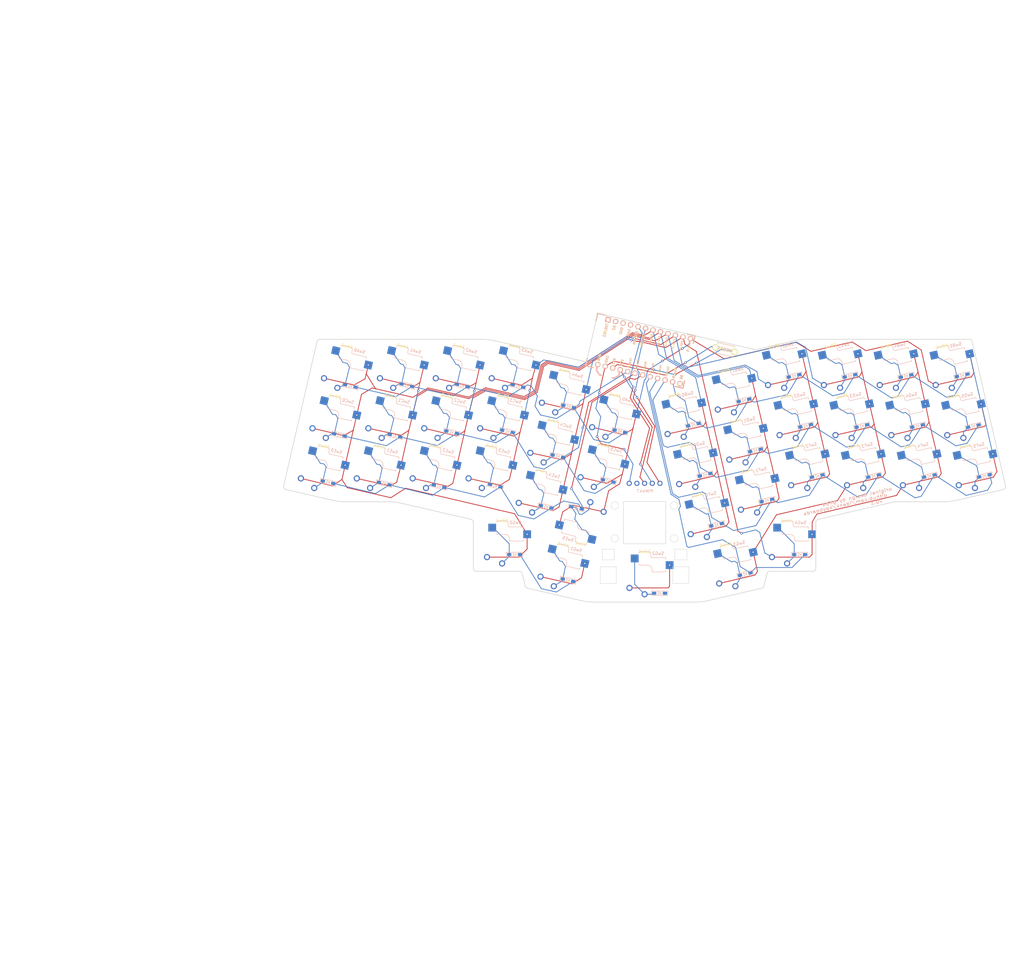
<source format=kicad_pcb>
(kicad_pcb (version 20221018) (generator pcbnew)
  (layers (0 "F.Cu" signal) (31 "B.Cu" signal) (34 "B.Paste" user) (35 "F.Paste" user) (36 "B.SilkS" user "B.Silkscreen") (37 "F.SilkS" user "F.Silkscreen") (38 "B.Mask" user) (39 "F.Mask" user) (44 "Edge.Cuts" user))
  (net 0 "")
  (net 1 "col0")
  (net 2 "col1")
  (net 3 "col2")
  (net 4 "col3")
  (net 5 "col4")
  (net 6 "col5")
  (net 7 "GND")
  (net 8 "Net-(D_A0-A)")
  (net 9 "rowA")
  (net 10 "Net-(D_A1-A)")
  (net 11 "Net-(D_A2-A)")
  (net 12 "Net-(D_A3-A)")
  (net 13 "Net-(D_A4-A)")
  (net 14 "Net-(D_A5-A)")
  (net 15 "Net-(D_B0-A)")
  (net 16 "rowB")
  (net 17 "Net-(D_B1-A)")
  (net 18 "Net-(D_B2-A)")
  (net 19 "Net-(D_B3-A)")
  (net 20 "Net-(D_B4-A)")
  (net 21 "Net-(D_B5-A)")
  (net 22 "Net-(D_C0-A)")
  (net 23 "rowC")
  (net 24 "Net-(D_C1-A)")
  (net 25 "Net-(D_C2-A)")
  (net 26 "Net-(D_C3-A)")
  (net 27 "Net-(D_C4-A)")
  (net 28 "Net-(D_C5-A)")
  (net 29 "Net-(D_D0-A)")
  (net 30 "rowD")
  (net 31 "Net-(D_D1-A)")
  (net 32 "Net-(D_D2-A)")
  (net 33 "Net-(D_D3-A)")
  (net 34 "Net-(D_D4-A)")
  (net 35 "Net-(D_D5-A)")
  (net 36 "Net-(D_E0-A)")
  (net 37 "rowE")
  (net 38 "Net-(D_E1-A)")
  (net 39 "Net-(D_E2-A)")
  (net 40 "Net-(D_E3-A)")
  (net 41 "Net-(D_E4-A)")
  (net 42 "Net-(D_E5-A)")
  (net 43 "Net-(D_F0-A)")
  (net 44 "rowF")
  (net 45 "Net-(D_F1-A)")
  (net 46 "Net-(D_F2-A)")
  (net 47 "Net-(D_F3-A)")
  (net 48 "Net-(D_F4-A)")
  (net 49 "Net-(D_F5-A)")
  (net 50 "Net-(D_G0-A)")
  (net 51 "rowG")
  (net 52 "Net-(D_G1-A)")
  (net 53 "Net-(D_G2-A)")
  (net 54 "Net-(D_G3-A)")
  (net 55 "Net-(D_G4-A)")
  (net 61 "RST")
  (net 62 "VCC")
  (net 64 "SDA")
  (net 65 "SCL")
  (footprint "keyswitches:Kailh_socket_PG1350_optional" (layer "F.Cu") (at 96.885963 89.509509 -13)
    (fp_text reference "SwE3")
    (fp_text value "SW_Push")
  )
  (footprint "keyswitches:Kailh_socket_PG1350_optional" (layer "F.Cu") (at 78.412484 89.509509 -13)
    (fp_text reference "SwE2")
    (fp_text value "SW_Push")
  )
  (footprint "keyswitches:Kailh_socket_PG1350_optional" (layer "F.Cu") (at 59.939012 89.509508 -13)
    (fp_text reference "SwE1")
    (fp_text value "SW_Push")
  )
  (footprint "keyswitches:Kailh_socket_PG1350_optional" (layer "F.Cu") (at 41.465539 89.509505 -13)
    (fp_text reference "SwE0")
    (fp_text value "SW_Push")
  )
  (footprint "keyswitches:Kailh_socket_PG1350_optional" (layer "F.Cu") (at 253.426736 72.945216 13)
    (fp_text reference "SwD5")
    (fp_text value "SW_Push")
  )
  (footprint "keyswitches:Kailh_socket_PG1350_optional" (layer "F.Cu") (at 234.953255 72.945217 13)
    (fp_text reference "SwD4")
    (fp_text value "SW_Push")
  )
  (footprint "keyswitches:Kailh_socket_PG1350_optional" (layer "F.Cu") (at 216.479787 72.94521 13)
    (fp_text reference "SwD3")
    (fp_text value "SW_Push")
  )
  (footprint "keyswitches:Kailh_socket_PG1350_optional" (layer "F.Cu") (at 181.402463 81.043452 13)
    (fp_text reference "SwD1")
    (fp_text value "SW_Push")
  )
  (footprint "keyswitches:Kailh_socket_PG1350_optional" (layer "F.Cu") (at 164.798613 89.141697 13)
    (fp_text reference "SwD0")
    (fp_text value "SW_Push")
  )
  (footprint "keyswitches:Kailh_socket_PG1350_optional" (layer "F.Cu") (at 133.917826 89.141687 -13)
    (fp_text reference "SwC5")
    (fp_text value "SW_Push")
  )
  (footprint "keyswitches:Kailh_socket_PG1350_optional" (layer "F.Cu") (at 160.974447 72.577404 13)
    (fp_text reference "SwB0")
    (fp_text value "SW_Push")
  )
  (footprint "keyswitches:Kailh_socket_PG1350_optional" (layer "F.Cu") (at 198.006306 72.945218 13)
    (fp_text reference "SwD2")
    (fp_text value "SW_Push")
  )
  (footprint "keyswitches:Kailh_socket_PG1350_optional" (layer "F.Cu") (at 117.313974 81.043452 -13)
    (fp_text reference "SwC4")
    (fp_text value "SW_Push")
  )
  (footprint "keyswitches:Kailh_socket_PG1350_optional" (layer "F.Cu") (at 100.710128 72.945215 -13)
    (fp_text reference "SwC3")
    (fp_text value "SW_Push")
  )
  (footprint "keyswitches:Kailh_socket_PG1350_optional" (layer "F.Cu") (at 82.236652 72.945215 -13)
    (fp_text reference "SwC2")
    (fp_text value "SW_Push")
  )
  (footprint "keyswitches:Kailh_socket_PG1350_optional" (layer "F.Cu") (at 63.763182 72.945215 -13)
    (fp_text reference "SwC1")
    (fp_text value "SW_Push")
  )
  (footprint "keyswitches:Kailh_socket_PG1350_optional" (layer "F.Cu") (at 45.289703 72.945211 -13)
    (fp_text reference "SwC0")
    (fp_text value "SW_Push")
  )
  (footprint "keyswitches:Kailh_socket_PG1350_optional" (layer "F.Cu") (at 249.602562 56.380923 13)
    (fp_text reference "SwB5")
    (fp_text value "SW_Push")
  )
  (footprint "keyswitches:Kailh_socket_PG1350_optional" (layer "F.Cu") (at 120.676806 122.005403 -13)
    (fp_text reference "SwG1")
    (fp_text value "SW_Push")
  )
  (footprint "keeblib:OSHW-Symbol_6.7x6mm_mask" (layer "F.Cu") (at 149.104222 83.714219)
    (fp_text reference "REF**" hide)
    (fp_text value "OSHW-Symbol_6.7x6mm_mask" hide)
  )
  (footprint "keyswitches:Kailh_socket_PG1350_optional" (layer "F.Cu") (at 231.12909 56.380927 13)
    (fp_text reference "SwB4")
    (fp_text value "SW_Push")
  )
  (footprint "keyswitches:Kailh_socket_PG1350_optional" (layer "F.Cu") (at 49.113879 56.380919 -13)
    (fp_text reference "SwA0")
    (fp_text value "SW_Push")
  )
  (footprint "keyswitches:Kailh_socket_PG1350_optional" (layer "F.Cu") (at 121.138147 64.479163 -13)
    (fp_text reference "SwA4")
    (fp_text value "SW_Push")
  )
  (footprint "keyswitches:Kailh_socket_PG1350_optional" (layer "F.Cu") (at 104.534293 56.380928 -13)
    (fp_text reference "SwA3")
    (fp_text value "SW_Push")
  )
  (footprint "keyswitches:Kailh_socket_PG1350_optional" (layer "F.Cu") (at 177.578294 64.479166 13)
    (fp_text reference "SwB1")
    (fp_text value "SW_Push")
  )
  (footprint "keyswitches:Kailh_socket_PG1350_optional" (layer "F.Cu") (at 168.622783 105.70598 13)
    (fp_text reference "SwF0")
    (fp_text value "SW_Push")
  )
  (footprint "keyswitches:Kailh_socket_PG1350_optional" (layer "F.Cu") (at 67.587344 56.380932 -13)
    (fp_text reference "SwA1")
    (fp_text value "SW_Push")
  )
  (footprint "keyswitches:Kailh_socket_PG1350_optional" (layer "F.Cu") (at 212.655623 56.380927 13)
    (fp_text reference "SwB3")
    (fp_text value "SW_Push")
  )
  (footprint "keyswitches:Kailh_socket_PG1350_optional" (layer "F.Cu") (at 194.182144 56.380927 13)
    (fp_text reference "SwB2")
    (fp_text value "SW_Push")
  )
  (footprint "keeblib:layout_r41" (layer "F.Cu") (at 149.358222 46.074219)
    (fp_text reference "REF**" hide)
    (fp_text value "layout_r41")
  )
  (footprint "keeblib:Kailh-PG1350-2uStabilizer" (layer "F.Cu") (at 149.358222 124.512687)
    (fp_text reference "Kailh PG1350")
    (fp_text value "Choc" hide)
    (fp_line (start -14.65 -3.2) (end -14.65 2.3) (stroke (width 0.12)) (layer "Edge.Cuts"))
    (fp_line (start -14.65 -3.2) (end -9.35 -3.2) (stroke (width 0.12)) (layer "Edge.Cuts"))
    (fp_line (start -14.65 2.3) (end -9.35 2.3) (stroke (width 0.12)) (layer "Edge.Cuts"))
    (fp_line (start -14 -9) (end -14 -5.5) (stroke (width 0.12)) (layer "Edge.Cuts"))
    (fp_line (start -14 -9) (end -10 -9) (stroke (width 0.12)) (layer "Edge.Cuts"))
    (fp_line (start -14 -5.5) (end -10 -5.5) (stroke (width 0.12)) (layer "Edge.Cuts"))
    (fp_line (start -10 -5.5) (end -10 -9) (stroke (width 0.12)) (layer "Edge.Cuts"))
    (fp_line (start -9.35 2.3) (end -9.35 -3.2) (stroke (width 0.12)) (layer "Edge.Cuts"))
    (fp_line (start 9.35 -3.2) (end 9.35 2.3) (stroke (width 0.12)) (layer "Edge.Cuts"))
    (fp_line (start 9.35 -3.2) (end 14.65 -3.2) (stroke (width 0.12)) (layer "Edge.Cuts"))
    (fp_line (start 9.35 2.3) (end 14.65 2.3) (stroke (width 0.12)) (layer "Edge.Cuts"))
    (fp_line (start 10 -9) (end 10 -5.5) (stroke (width 0.12)) (layer "Edge.Cuts"))
    (fp_line (start 10 -9) (end 14 -9) (stroke (width 0.12)) (layer "Edge.Cuts"))
    (fp_line (start 10 -5.5) (end 14 -5.5) (stroke (width 0.12)) (layer "Edge.Cuts"))
    (fp_line (start 14 -5.5) (end 14 -9) (stroke (width 0.12)) (layer "Edge.Cuts"))
    (fp_line (start 14.65 2.3) (end 14.65 -3.2) (stroke (width 0.12)) (layer "Edge.Cuts"))
  )
  (footprint "keeblib:rev41lp_edgecutPCB" (layer "F.Cu") (at 149.358222 46.074219)
    (fp_text reference "rev41lp_edgecutPCB" hide)
    (fp_text value "rev41lp_edgecutPCB")
    (fp_line (start -118.574096 49.692873) (end -103.255744 53.229393) (stroke (width 0.2)) (layer "Edge.Cuts"))
    (fp_line (start -108.30683 0.775048) (end -119.323515 48.493552) (stroke (width 0.2)) (layer "Edge.Cuts"))
    (fp_line (start -98.756722 53.741992) (end -84.840673 53.741992) (stroke (width 0.2)) (layer "Edge.Cuts"))
    (fp_line (start -80.341652 54.25459) (end -57.380101 59.555682) (stroke (width 0.2)) (layer "Edge.Cuts"))
    (fp_line (start -56.68117 0) (end -107.33246 0) (stroke (width 0.2)) (layer "Edge.Cuts"))
    (fp_line (start -56.605052 60.530052) (end -56.605052 75.74074) (stroke (width 0.2)) (layer "Edge.Cuts"))
    (fp_line (start -55.605052 76.74074) (end -41.416042 76.74074) (stroke (width 0.2)) (layer "Edge.Cuts"))
    (fp_line (start -53.959882 0) (end -56.68117 0) (stroke (width 0.2)) (layer "Edge.Cuts"))
    (fp_line (start -40.441671 77.515789) (end -39.503394 81.579917) (stroke (width 0.2)) (layer "Edge.Cuts"))
    (fp_line (start -38.753975 82.329336) (end -21.009942 86.425869) (stroke (width 0.2)) (layer "Edge.Cuts"))
    (fp_line (start -20.183868 7.271725) (end -49.460861 0.512598) (stroke (width 0.2)) (layer "Edge.Cuts"))
    (fp_line (start -16.510921 86.938468) (end 16.510921 86.938468) (stroke (width 0.2)) (layer "Edge.Cuts"))
    (fp_line (start -15.720507 -7.615803) (end -18.984547 6.522306) (stroke (width 0.2)) (layer "Edge.Cuts"))
    (fp_line (start 21.009942 86.425869) (end 38.753975 82.329336) (stroke (width 0.2)) (layer "Edge.Cuts"))
    (fp_line (start 36.246969 3.355529) (end -14.521186 -8.365222) (stroke (width 0.2)) (layer "Edge.Cuts"))
    (fp_line (start 39.503394 81.579917) (end 40.441671 77.515789) (stroke (width 0.2)) (layer "Edge.Cuts"))
    (fp_line (start 41.416042 76.74074) (end 55.605052 76.74074) (stroke (width 0.2)) (layer "Edge.Cuts"))
    (fp_line (start 49.460861 0.512598) (end 37.146773 3.355529) (stroke (width 0.2)) (layer "Edge.Cuts"))
    (fp_line (start 56.605052 75.74074) (end 56.605052 60.530052) (stroke (width 0.2)) (layer "Edge.Cuts"))
    (fp_line (start 57.380101 59.555682) (end 82.561961 53.741992) (stroke (width 0.2)) (layer "Edge.Cuts"))
    (fp_line (start 82.561961 53.741992) (end 98.756722 53.741992) (stroke (width 0.2)) (layer "Edge.Cuts"))
    (fp_line (start 103.255744 53.229393) (end 118.574096 49.692873) (stroke (width 0.2)) (layer "Edge.Cuts"))
    (fp_line (start 107.33246 0) (end 53.959882 0) (stroke (width 0.2)) (layer "Edge.Cuts"))
    (fp_line (start 119.323515 48.493552) (end 108.30683 0.775048) (stroke (width 0.2)) (layer "Edge.Cuts"))
    (fp_arc (start -118.574096 49.692873) (mid -119.197193 49.248422) (end -119.323515 48.493552) (stroke (width 0.2)) (layer "Edge.Cuts"))
    (fp_arc (start -108.30683 0.775049) (mid -107.954975 0.217391) (end -107.33246 0) (stroke (width 0.2)) (layer "Edge.Cuts"))
    (fp_arc (start -98.756723 53.741992) (mid -101.020787 53.613429) (end -103.255744 53.229393) (stroke (width 0.2)) (layer "Edge.Cuts"))
    (fp_arc (start -84.840673 53.741991) (mid -82.576609 53.870554) (end -80.341652 54.25459) (stroke (width 0.2)) (layer "Edge.Cuts"))
    (fp_arc (start -57.380101 59.555682) (mid -56.822443 59.907537) (end -56.605052 60.530052) (stroke (width 0.2)) (layer "Edge.Cuts"))
    (fp_arc (start -55.605052 76.74074) (mid -56.312159 76.447847) (end -56.605052 75.74074) (stroke (width 0.2)) (layer "Edge.Cuts"))
    (fp_arc (start -53.959882 -0.000001) (mid -51.695818 0.128562) (end -49.460861 0.512598) (stroke (width 0.2)) (layer "Edge.Cuts"))
    (fp_arc (start -41.416042 76.740739) (mid -40.793527 76.958131) (end -40.441671 77.515789) (stroke (width 0.2)) (layer "Edge.Cuts"))
    (fp_arc (start -38.753975 82.329336) (mid -39.236131 82.062073) (end -39.503394 81.579917) (stroke (width 0.2)) (layer "Edge.Cuts"))
    (fp_arc (start -18.984547 6.522306) (mid -19.428998 7.145403) (end -20.183868 7.271725) (stroke (width 0.2)) (layer "Edge.Cuts"))
    (fp_arc (start -16.510921 86.938468) (mid -18.774985 86.809905) (end -21.009942 86.425869) (stroke (width 0.2)) (layer "Edge.Cuts"))
    (fp_arc (start -15.720507 -7.615803) (mid -15.276056 -8.2389) (end -14.521186 -8.365222) (stroke (width 0.2)) (layer "Edge.Cuts"))
    (fp_arc (start 21.009942 86.425869) (mid 18.774985 86.809904) (end 16.510921 86.938468) (stroke (width 0.2)) (layer "Edge.Cuts"))
    (fp_arc (start 37.146773 3.355529) (mid 36.696871 3.406789) (end 36.246969 3.355529) (stroke (width 0.2)) (layer "Edge.Cuts"))
    (fp_arc (start 39.503394 81.579917) (mid 39.236158 82.062108) (end 38.753975 82.329336) (stroke (width 0.2)) (layer "Edge.Cuts"))
    (fp_arc (start 40.441672 77.515789) (mid 40.793521 76.958127) (end 41.416042 76.74074) (stroke (width 0.2)) (layer "Edge.Cuts"))
    (fp_arc (start 49.460861 0.512599) (mid 51.695818 0.128567) (end 53.959882 0) (stroke (width 0.2)) (layer "Edge.Cuts"))
    (fp_arc (start 56.605052 60.530052) (mid 56.822458 59.907551) (end 57.380101 59.555682) (stroke (width 0.2)) (layer "Edge.Cuts"))
    (fp_arc (start 56.605052 75.74074) (mid 56.312112 76.447775) (end 55.605052 76.74074) (stroke (width 0.2)) (layer "Edge.Cuts"))
    (fp_arc (start 103.255743 53.229393) (mid 101.020786 53.613426) (end 98.756722 53.741992) (stroke (width 0.2)) (layer "Edge.Cuts"))
    (fp_arc (start 107.332459 0) (mid 107.954971 0.217385) (end 108.30683 0.775048) (stroke (width 0.2)) (layer "Edge.Cuts"))
    (fp_arc (start 119.323515 48.493552) (mid 119.19719 49.24841) (end 118.574096 49.692873) (stroke (width 0.2)) (layer "Edge.Cuts"))
  )
  (footprint "keyswitches:Kailh_socket_PG1350_optional" (layer "F.Cu") (at 257.2509 89.509512 13)
    (fp_text reference "SwF5")
    (fp_text value "SW_Push")
  )
  (footprint "keyswitches:Kailh_socket_PG1350_optional" (layer "F.Cu") (at 238.777427 89.509508 13)
    (fp_text reference "SwF4")
    (fp_text value "SW_Push")
  )
  (footprint "keyswitches:Kailh_socket_PG1350_optional" (layer "F.Cu") (at 220.303953 89.50951 13)
    (fp_text reference "SwF3")
    (fp_text value "SW_Push")
  )
  (footprint "keyswitches:Kailh_socket_PG1350_optional" (layer "F.Cu") (at 201.830478 89.509509 13)
    (fp_text reference "SwF2")
    (fp_text value "SW_Push")
  )
  (footprint "keyswitches:Kailh_socket_PG1350_optional" (layer "F.Cu") (at 185.226629 97.607741 13)
    (fp_text reference "SwF1")
    (fp_text value "SW_Push")
  )
  (footprint "keyswitches:Kailh_socket_PG1350_optional" (layer "F.Cu") (at 130.093657 105.705979 167)
    (fp_text reference "SwE5")
    (fp_text value "SW_Push")
  )
  (footprint "keyswitches:Kailh_socket_PG1350_optional" (layer "F.Cu") (at 113.489806 97.607746 -13)
    (fp_text reference "SwE4")
    (fp_text value "SW_Push")
  )
  (footprint "keyswitches:Kailh_socket_PG1350_optional" (layer "F.Cu") (at 86.06082 56.380927 -13)
    (fp_text reference "SwA2")
    (fp_text value "SW_Push")
  )
  (footprint "keyswitches:Kailh_socket_PG1350_optional" (layer "F.Cu") (at 137.741993 72.577399 -13)
    (fp_text reference "SwA5")
    (fp_text value "SW_Push")
  )
  (footprint "keyswitches:Kailh_socket_PG1350_optional" (layer "F.Cu") (at 102.253166 114.31496)
    (fp_text reference "SwG0")
    (fp_text value "SW_Push")
  )
  (footprint "keyswitches:Kailh_socket_PG1350_optional" (layer "F.Cu") (at 178.039636 122.005407 13)
    (fp_text reference "SwG3")
    (fp_text value "SW_Push")
  )
  (footprint "keyswitches:Kailh_socket_PG1350_optional" (layer "F.Cu") (at 196.463275 114.314959)
    (fp_text reference "SwG4")
    (fp_text value "SW_Push")
  )
  (footprint "keyswitches:Kailh_socket_PG1350_optional" (layer "F.Cu") (at 149.358222 124.512687)
    (fp_text reference "SwG2")
    (fp_text value "SW_Push")
  )
  (footprint "kbd:ResetSW" (layer "F.Cu") (at 175.932222 49.52 167)
    (fp_text reference "RSW1" hide)
    (fp_text value "SW_PUSH")
  )
  (footprint "pimoroni:pim447" (layer "F.Cu") (at 154.434222 93.714219 180)
    (fp_text reference "J3")
    (fp_text value "Pimoroni" hide)
    (fp_line (start -1.91 -20) (end 12.09 -20) (stroke (width 0.15)) (layer "Edge.Cuts"))
    (fp_line (start -1.91 -6) (end -1.91 -20) (stroke (width 0.15)) (layer "Edge.Cuts"))
    (fp_line (start 12.09 -20) (end 12.09 -6) (stroke (width 0.15)) (layer "Edge.Cuts"))
    (fp_line (start 12.09 -6) (end -1.91 -6) (stroke (width 0.15)) (layer "Edge.Cuts"))
    (fp_circle (center -4.68 -7.35) (end -3.43 -7.35) (stroke (width 0.12)) (fill none) (layer "Edge.Cuts"))
    (fp_circle (center -4.66 -18.25) (end -3.41 -18.25) (stroke (width 0.12)) (fill none) (layer "Edge.Cuts"))
    (fp_circle (center 14.92 -7.35) (end 16.17 -7.35) (stroke (width 0.12)) (fill none) (layer "Edge.Cuts"))
    (fp_circle (center 14.94 -18.25) (end 16.19 -18.25) (stroke (width 0.12)) (fill none) (layer "Edge.Cuts"))
  )
  (footprint "kbd:D3_SMD_v2" (layer "B.Cu") (at 126.832222 101.82 167)
    (fp_text reference "D_E5" hide)
    (fp_text value "D" hide)
  )
  (footprint "kbd:D3_SMD_v2" (layer "B.Cu") (at 100.002222 94.49 167)
    (fp_text reference "D_E3" hide)
    (fp_text value "D" hide)
  )
  (footprint "kbd:D3_SMD_v2" (layer "B.Cu") (at 81.412222 94.69 167)
    (fp_text reference "D_E2" hide)
    (fp_text value "D" hide)
  )
  (footprint "kbd:D3_SMD_v2" (layer "B.Cu") (at 63.272222 93.82 167)
    (fp_text reference "D_E1" hide)
    (fp_text value "D" hide)
  )
  (footprint "kbd:D3_SMD_v2" (layer "B.Cu") (at 44.712222 93.34 167)
    (fp_text reference "D_E0" hide)
    (fp_text value "D" hide)
  )
  (footprint "kbd:D3_SMD_v2" (layer "B.Cu") (at 258.052222 74.8 -167)
    (fp_text reference "D_D5" hide)
    (fp_text value "D" hide)
  )
  (footprint "kbd:D3_SMD_v2" (layer "B.Cu") (at 239.582222 74.73 -167)
    (fp_text reference "D_D4" hide)
    (fp_text value "D" hide)
  )
  (footprint "kbd:D3_SMD_v2" (layer "B.Cu") (at 221.182222 74.73 -167)
    (fp_text reference "D_D3" hide)
    (fp_text value "D" hide)
  )
  (footprint "kbd:D3_SMD_v2" (layer "B.Cu") (at 202.582222 74.66 -167)
    (fp_text reference "D_D2" hide)
    (fp_text value "D" hide)
  )
  (footprint "kbd:D3_SMD_v2" (layer "B.Cu") (at 186.002222 82.8 -167)
    (fp_text reference "D_D1" hide)
    (fp_text value "D" hide)
  )
  (footprint "kbd:D3_SMD_v2" (layer "B.Cu") (at 169.362222 90.88 -167)
    (fp_text reference "D_D0" hide)
    (fp_text value "D" hide)
  )
  (footprint "kbd:D3_SMD_v2" (layer "B.Cu") (at 137.342222 92.92 167)
    (fp_text reference "D_C5" hide)
    (fp_text value "D" hide)
  )
  (footprint "kbd:D3_SMD_v2" (layer "B.Cu") (at 120.692222 84.74 167)
    (fp_text reference "D_C4" hide)
    (fp_text value "D" hide)
  )
  (footprint "kbd:D3_SMD_v2" (layer "B.Cu") (at 104.022222 76.51 167)
    (fp_text reference "D_C3" hide)
    (fp_text value "D" hide)
  )
  (footprint "kbd:D3_SMD_v2" (layer "B.Cu") (at 85.562222 76.79 167)
    (fp_text reference "D_C2" hide)
    (fp_text value "D" hide)
  )
  (footprint "kbd:D3_SMD_v2" (layer "B.Cu") (at 66.832222 77.97 167)
    (fp_text reference "D_C1" hide)
    (fp_text value "D" hide)
  )
  (footprint "kbd:D3_SMD_v2" (layer "B.Cu") (at 48.472222 77.73 167)
    (fp_text reference "D_C0" hide)
    (fp_text value "D" hide)
  )
  (footprint "kbd:D3_SMD_v2" (layer "B.Cu") (at 254.332222 58.01 -167)
    (fp_text reference "D_B5" hide)
    (fp_text value "D" hide)
  )
  (footprint "kbd:D3_SMD_v2" (layer "B.Cu") (at 235.792222 58.22 -167)
    (fp_text reference "D_B4" hide)
    (fp_text value "D" hide)
  )
  (footprint "kbd:D3_SMD_v2" (layer "B.Cu") (at 217.252222 58.15 -167)
    (fp_text reference "D_B3" hide)
    (fp_text value "D" hide)
  )
  (footprint "kbd:D3_SMD_v2" (layer "B.Cu") (at 198.782222 58.15 -167)
    (fp_text reference "D_B2" hide)
    (fp_text value "D" hide)
  )
  (footprint "kbd:D3_SMD_v2" (layer "B.Cu") (at 182.212222 66.23 -167)
    (fp_text reference "D_B1" hide)
    (fp_text value "D" hide)
  )
  (footprint "kbd:D3_SMD_v2" (layer "B.Cu") (at 165.502222 74.3 -167)
    (fp_text reference "D_B0" hide)
    (fp_text value "D" hide)
  )
  (footprint "kbd:D3_SMD_v2" (layer "B.Cu") (at 141.182222 76.49 167)
    (fp_text reference "D_A5" hide)
    (fp_text value "D" hide)
  )
  (footprint "kbd:D3_SMD_v2" (layer "B.Cu") (at 124.232222 68.31 167)
    (fp_text reference "D_A4" hide)
    (fp_text value "D" hide)
  )
  (footprint "kbd:D3_SMD_v2" (layer "B.Cu") (at 107.502222 61.55 167)
    (fp_text reference "D_A3" hide)
    (fp_text value "D" hide)
  )
  (footprint "kbd:D3_SMD_v2" (layer "B.Cu") (at 89.082222 61.38 167)
    (fp_text reference "D_A2" hide)
    (fp_text value "D" hide)
  )
  (footprint "kbd:D3_SMD_v2" (layer "B.Cu") (at 70.762222 61.29 167)
    (fp_text reference "D_A1" hide)
    (fp_text value "D" hide)
  )
  (footprint "kbd:D3_SMD_v2" (layer "B.Cu") (at 52.072222 61.52 167)
    (fp_text reference "D_A0" hide)
    (fp_text value "D" hide)
  )
  (footprint "keeblib:ArduinoProMicro" (layer "B.Cu") (at 137.287078 39.588303 -13)
    (fp_text reference "U1" hide)
    (fp_text value "ProMicro" hide)
  )
  (footprint "kbd:D3_SMD_v2" (layer "B.Cu") (at 200.612222 117.28 180)
    (fp_text reference "D_G4" hide)
    (fp_text value "D" hide)
  )
  (footprint "kbd:D3_SMD_v2" (layer "B.Cu") (at 182.632222 123.74 -167)
    (fp_text reference "D_G3" hide)
    (fp_text value "D" hide)
  )
  (footprint "kbd:D3_SMD_v2" (layer "B.Cu") (at 154.302222 130.09 180)
    (fp_text reference "D_G2" hide)
    (fp_text value "D" hide)
  )
  (footprint "kbd:D3_SMD_v2" (layer "B.Cu") (at 124.042222 125.76 167)
    (fp_text reference "D_G1" hide)
    (fp_text value "D" hide)
  )
  (footprint "kbd:D3_SMD_v2" (layer "B.Cu") (at 106.382222 117.26 180)
    (fp_text reference "D_G0" hide)
    (fp_text value "D" hide)
  )
  (footprint "kbd:D3_SMD_v2" (layer "B.Cu") (at 261.702222 91.23 -167)
    (fp_text reference "D_F5" hide)
    (fp_text value "D" hide)
  )
  (footprint "kbd:D3_SMD_v2" (layer "B.Cu") (at 243.512222 91.3 -167)
    (fp_text reference "D_F4" hide)
    (fp_text value "D" hide)
  )
  (footprint "kbd:D3_SMD_v2" (layer "B.Cu") (at 225.052222 91.3 -167)
    (fp_text reference "D_F3" hide)
    (fp_text value "D" hide)
  )
  (footprint "kbd:D3_SMD_v2" (layer "B.Cu") (at 206.442222 91.3 -167)
    (fp_text reference "D_F2" hide)
    (fp_text value "D" hide)
  )
  (footprint "kbd:D3_SMD_v2" (layer "B.Cu") (at 189.792222 99.37 -167)
    (fp_text reference "D_F1" hide)
    (fp_text value "D" hide)
  )
  (footprint "kbd:D3_SMD_v2" (layer "B.Cu") (at 173.152222 107.38 -167)
    (fp_text reference "D_F0" hide)
    (fp_text value "D" hide)
  )
  (footprint "kbd:D3_SMD_v2" (layer "B.Cu") (at 116.812222 101.47 167)
    (fp_text reference "D_E4" hide)
    (fp_text value "D" hide)
  )
  (footprint "41_1350:grid" (layer "B.Cu") (at 99.222222 96.04 180)
    (fp_text reference "REF**" hide)
    (fp_text value "grid" hide)
  )
  (footprint "41_1350:grid" (layer "B.Cu") (at 94.932222 72.64 90)
    (fp_text reference "REF**" hide)
    (fp_text value "grid" hide)
  )
  (gr_line (start 140.857242 57.998264) (end 141.285768 56.142088) (stroke (width 0.5)) (layer "B.SilkS"))
  (gr_line (start 133.861073 54.427958) (end 133.432541 56.284135) (stroke (width 0.5)) (layer "B.SilkS"))
  (gr_line (start 133.432541 56.284135) (end 134.384304 57.807273) (stroke (width 0.5)) (layer "B.SilkS"))
  (gr_line (start 139.334102 58.950026) (end 140.857242 57.998264) (stroke (width 0.5)) (layer "B.SilkS"))
  (gr_line (start 134.384304 57.807273) (end 135.003027 57.950118) (stroke (width 0.5)) (layer "B.SilkS"))
  (gr_line (start 138.715379 58.807179) (end 139.334102 58.950026) (stroke (width 0.5)) (layer "B.SilkS"))
  (gr_text "original design by gtips\n  github.com/idank/keyboards\n    v0.1" (at 231.592222 97.02 13) (layer "B.SilkS") (effects (font (size 1 1.3) (thickness 0.2)) (justify left mirror)))
  (segment (start 127.482222 55.36) (end 145.342222 43.93) (width 0.25) (layer "F.Cu") (net 1))
  (segment (start 35.738875 92.087356) (end 46.112222 94.55) (width 0.25) (layer "F.Cu") (net 1))
  (segment (start 149.242222 44.81) (end 152.136478 43.016557) (width 0.25) (layer "F.Cu") (net 1))
  (segment (start 168.762222 74.79) (end 169.602222 73.44) (width 0.25) (layer "F.Cu") (net 1))
  (segment (start 113.062222 62.98) (end 115.212222 54.5) (width 0.25) (layer "F.Cu") (net 1))
  (segment (start 72.702222 65.26) (end 77.782222 62.17) (width 0.25) (layer "F.Cu") (net 1))
  (segment (start 145.342222 43.93) (end 149.242222 44.81) (width 0.25) (layer "F.Cu") (net 1))
  (segment (start 56.932222 59.17) (end 57.333608 57.48) (width 0.25) (layer "F.Cu") (net 1))
  (segment (start 43.387215 58.95877) (end 53.252222 61.21) (width 0.25) (layer "F.Cu") (net 1))
  (segment (start 49.942222 77.91) (end 53.042222 76.16) (width 0.25) (layer "F.Cu") (net 1))
  (segment (start 46.112222 94.55) (end 49.302222 92.45) (width 0.25) (layer "F.Cu") (net 1))
  (segment (start 53.072182 76.03) (end 54.196182 71.152793) (width 0.25) (layer "F.Cu") (net 1))
  (segment (start 60.372222 62.414615) (end 57.333608 57.48) (width 0.25) (layer "F.Cu") (net 1))
  (segment (start 172.017959 83.626339) (end 169.602222 73.44) (width 0.25) (layer "F.Cu") (net 1))
  (segment (start 110.528166 110.56496) (end 106.372222 103.77) (width 0.25) (layer "F.Cu") (net 1))
  (segment (start 173.412222 89.65) (end 172.017959 83.626339) (width 0.25) (layer "F.Cu") (net 1))
  (segment (start 110.528166 115.434056) (end 110.528166 110.56496) (width 0.25) (layer "F.Cu") (net 1))
  (segment (start 117.262222 53.1) (end 127.482222 55.36) (width 0.25) (layer "F.Cu") (net 1))
  (segment (start 51.052222 95.16) (end 49.302222 92.45) (width 0.25) (layer "F.Cu") (net 1))
  (segment (start 175.842129 100.190622) (end 173.412222 89.65) (width 0.25) (layer "F.Cu") (net 1))
  (segment (start 57.333608 57.48) (end 58.020358 54.588501) (width 0.25) (layer "F.Cu") (net 1))
  (segment (start 169.602222 73.44) (end 168.193793 67.062046) (width 0.25) (layer "F.Cu") (net 1))
  (segment (start 97.253166 118.11496) (end 107.847262 118.11496) (width 0.25) (layer "F.Cu") (net 1))
  (segment (start 106.372222 103.77) (end 70.362222 95.34) (width 0.25) (layer "F.Cu") (net 1))
  (segment (start 53.252222 61.21) (end 56.932222 59.17) (width 0.25) (layer "F.Cu") (net 1))
  (segment (start 160.781577 93.969059) (end 172.292222 91.3) (width 0.25) (layer "F.Cu") (net 1))
  (segment (start 91.182222 65.2) (end 96.782222 62.1) (width 0.25) (layer "F.Cu") (net 1))
  (segment (start 172.292222 91.3) (end 173.412222 89.65) (width 0.25) (layer "F.Cu") (net 1))
  (segment (start 70.362222 95.34) (end 65.462222 98.48) (width 0.25) (layer "F.Cu") (net 1))
  (segment (start 65.462222 98.48) (end 51.052222 95.16) (width 0.25) (layer "F.Cu") (net 1))
  (segment (start 115.212222 54.5) (end 117.262222 53.1) (width 0.25) (layer "F.Cu") (net 1))
  (segment (start 177.272222 106.45) (end 175.842129 100.190622) (width 0.25) (layer "F.Cu") (net 1))
  (segment (start 54.196182 71.152793) (end 55.762222 64.29) (width 0.25) (layer "F.Cu") (net 1))
  (segment (start 164.605747 110.533342) (end 176.392222 107.81) (width 0.25) (layer "F.Cu") (net 1))
  (segment (start 107.847262 118.11496) (end 110.528166 115.434056) (width 0.25) (layer "F.Cu") (net 1))
  (segment (start 39.563039 75.523062) (end 49.942222 77.91) (width 0.25) (layer "F.Cu") (net 1))
  (segment (start 156.957411 77.404766) (end 168.762222 74.79) (width 0.25) (layer "F.Cu") (net 1))
  (segment (start 59.312222 62.17) (end 60.372222 62.414615) (width 0.25) (layer "F.Cu") (net 1))
  (segment (start 53.042222 76.16) (end 53.072182 76.03) (width 0.25) (layer "F.Cu") (net 1))
  (segment (start 176.392222 107.81) (end 177.272222 106.45) (width 0.25) (layer "F.Cu") (net 1))
  (segment (start 60.372222 62.414615) (end 72.702222 65.26) (width 0.25) (layer "F.Cu") (net 1))
  (segment (start 50.372018 87.717087) (end 53.072182 76.03) (width 0.25) (layer "F.Cu") (net 1))
  (segment (start 77.782222 62.17) (end 91.182222 65.2) (width 0.25) (layer "F.Cu") (net 1))
  (segment (start 96.782222 62.1) (end 109.522222 65.03) (width 0.25) (layer "F.Cu") (net 1))
  (segment (start 55.762222 64.29) (end 59.312222 62.17) (width 0.25) (layer "F.Cu") (net 1))
  (segment (start 49.302222 92.45) (end 50.372018 87.717087) (width 0.25) (layer "F.Cu") (net 1))
  (segment (start 109.522222 65.03) (end 113.062222 62.98) (width 0.25) (layer "F.Cu") (net 1))
  (via (at 58.020358 54.588501) (size 0.8) (drill 0.4) (layers "F.Cu" "B.Cu") (net 1))
  (via (at 54.196182 71.152793) (size 0.8) (drill 0.4) (layers "F.Cu" "B.Cu") (net 1))
  (via (at 110.528166 110.56496) (size 0.8) (drill 0.4) (layers "F.Cu" "B.Cu") (net 1))
  (via (at 175.842129 100.190622) (size 0.8) (drill 0.4) (layers "F.Cu" "B.Cu") (net 1))
  (via (at 172.017959 83.626339) (size 0.8) (drill 0.4) (layers "F.Cu" "B.Cu") (net 1))
  (via (at 168.193793 67.062046) (size 0.8) (drill 0.4) (layers "F.Cu" "B.Cu") (net 1))
  (via (at 50.372018 87.717087) (size 0.8) (drill 0.4) (layers "F.Cu" "B.Cu") (net 1))
  (segment (start 166.222222 58.66) (end 154.032222 51.11) (width 0.25) (layer "B.Cu") (net 1))
  (segment (start 168.193793 67.062046) (end 166.222222 58.66) (width 0.25) (layer "B.Cu") (net 1))
  (segment (start 154.032222 51.11) (end 152.136478 43.016557) (width 0.25) (layer "B.Cu") (net 1))
  (segment (start 72.669661 71.152797) (end 74.152222 64.92) (width 0.25) (layer "F.Cu") (net 2))
  (segment (start 188.621809 75.528094) (end 186.052222 64.67) (width 0.25) (layer "F.Cu") (net 2))
  (segment (start 177.385427 85.870814) (end 188.912222 83.21) (width 0.25) (layer "F.Cu") (net 2))
  (segment (start 91.070363 65.636067) (end 91.114325 65.680029) (width 0.25) (layer "F.Cu") (net 2))
  (segment (start 184.792222 66.72) (end 186.052222 64.67) (width 0.25) (layer "F.Cu") (net 2))
  (segment (start 74.522222 63.05) (end 75.072222 60.37) (width 0.25) (layer "F.Cu") (net 2))
  (segment (start 109.612222 65.55) (end 113.452222 63.34) (width 0.25) (layer "F.Cu") (net 2))
  (segment (start 83.592222 63.945115) (end 83.608073 63.960966) (width 0.25) (layer "F.Cu") (net 2))
  (segment (start 73.142222 61.59) (end 75.072222 60.37) (width 0.25) (layer "F.Cu") (net 2))
  (segment (start 193.852222 98.6) (end 192.445975 92.092383) (width 0.25) (layer "F.Cu") (net 2))
  (segment (start 128.502222 124.97) (end 129.583285 120.212985) (width 0.25) (layer "F.Cu") (net 2))
  (segment (start 145.425835 44.410754) (end 151.212222 45.75) (width 0.25) (layer "F.Cu") (net 2))
  (segment (start 114.950142 124.583254) (end 125.352222 126.96) (width 0.25) (layer "F.Cu") (net 2))
  (segment (start 125.352222 126.96) (end 128.502222 124.97) (width 0.25) (layer "F.Cu") (net 2))
  (segment (start 75.072222 60.37) (end 76.493823 54.588514) (width 0.25) (layer "F.Cu") (net 2))
  (segment (start 115.606584 54.775604) (end 117.355195 53.581431) (width 0.25) (layer "F.Cu") (net 2))
  (segment (start 68.782222 77.85) (end 71.412222 76.22) (width 0.25) (layer "F.Cu") (net 2))
  (segment (start 91.114325 65.680029) (end 91.26478 65.680029) (width 0.25) (layer "F.Cu") (net 2))
  (segment (start 74.152222 64.92) (end 77.860541 62.64907) (width 0.25) (layer "F.Cu") (net 2))
  (segment (start 173.561258 69.306528) (end 184.792222 66.72) (width 0.25) (layer "F.Cu") (net 2))
  (segment (start 193.102222 99.68) (end 193.852222 98.6) (width 0.25) (layer "F.Cu") (net 2))
  (segment (start 113.452222 63.34) (end 115.606584 54.775604) (width 0.25) (layer "F.Cu") (net 2))
  (segment (start 151.212222 45.75) (end 154.611378 43.587933) (width 0.25) (layer "F.Cu") (net 2))
  (segment (start 65.302222 94.61) (end 67.402222 93.36) (width 0.25) (layer "F.Cu") (net 2))
  (segment (start 127.582222 55.86) (end 145.425835 44.410754) (width 0.25) (layer "F.Cu") (net 2))
  (segment (start 96.849354 62.577186) (end 109.612222 65.55) (width 0.25) (layer "F.Cu") (net 2))
  (segment (start 186.052222 64.67) (end 184.79764 58.963808) (width 0.25) (layer "F.Cu") (net 2))
  (segment (start 117.355195 53.581431) (end 127.582222 55.86) (width 0.25) (layer "F.Cu") (net 2))
  (segment (start 68.845491 87.71709) (end 71.412222 76.22) (width 0.25) (layer "F.Cu") (net 2))
  (segment (start 181.209593 102.435103) (end 193.102222 99.68) (width 0.25) (layer "F.Cu") (net 2))
  (segment (start 77.860541 62.64907) (end 83.592222 63.945115) (width 0.25) (layer "F.Cu") (net 2))
  (segment (start 188.912222 83.21) (end 189.932222 81.54) (width 0.25) (layer "F.Cu") (net 2))
  (segment (start 67.402222 93.36) (end 68.845491 87.71709) (width 0.25) (layer "F.Cu") (net 2))
  (segment (start 71.412222 76.22) (end 72.669661 71.152797) (width 0.25) (layer "F.Cu") (net 2))
  (segment (start 83.608073 63.960966) (end 83.662324 63.960966) (width 0.25) (layer "F.Cu") (net 2))
  (segment (start 83.662324 63.960966) (end 91.070363 65.636067) (width 0.25) (layer "F.Cu") (net 2))
  (segment (start 91.411471 65.587443) (end 96.849354 62.577186) (width 0.25) (layer "F.Cu") (net 2))
  (segment (start 189.932222 81.54) (end 188.621809 75.528094) (width 0.25) (layer "F.Cu") (net 2))
  (segment (start 58.036518 75.523066) (end 68.782222 77.85) (width 0.25) (layer "F.Cu") (net 2))
  (segment (start 91.26478 65.680029) (end 91.411471 65.587443) (width 0.25) (layer "F.Cu") (net 2))
  (segment (start 192.445975 92.092383) (end 189.932222 81.54) (width 0.25) (layer "F.Cu") (net 2))
  (segment (start 61.86068 58.958783) (end 73.142222 61.59) (width 0.25) (layer "F.Cu") (net 2))
  (segment (start 54.212348 92.087359) (end 65.302222 94.61) (width 0.25) (layer "F.Cu") (net 2))
  (via (at 76.493823 54.588514) (size 0.8) (drill 0.4) (layers "F.Cu" "B.Cu") (net 2))
  (via (at 74.522222 63.05) (size 0.8) (drill 0.4) (layers "F.Cu" "B.Cu") (net 2))
  (via (at 188.621809 75.528094) (size 0.8) (drill 0.4) (layers "F.Cu" "B.Cu") (net 2))
  (via (at 68.845491 87.71709) (size 0.8) (drill 0.4) (layers "F.Cu" "B.Cu") (net 2))
  (via (at 129.583285 120.212985) (size 0.8) (drill 0.4) (layers "F.Cu" "B.Cu") (net 2))
  (via (at 192.445975 92.092383) (size 0.8) (drill 0.4) (layers "F.Cu" "B.Cu") (net 2))
  (via (at 184.79764 58.963808) (size 0.8) (drill 0.4) (layers "F.Cu" "B.Cu") (net 2))
  (via (at 72.669661 71.152797) (size 0.8) (drill 0.4) (layers "F.Cu" "B.Cu") (net 2))
  (segment (start 156.572222 52.09) (end 167.012222 58.57) (width 0.25) (layer "B.Cu") (net 2))
  (segment (start 184.032222 56.01) (end 184.79764 58.963808) (width 0.25) (layer "B.Cu") (net 2))
  (segment (start 72.669661 71.152797) (end 74.522222 63.05) (width 0.25) (layer "B.Cu") (net 2))
  (segment (start 167.012222 58.57) (end 182.562222 55.12) (width 0.25) (layer "B.Cu") (net 2))
  (segment (start 154.611378 43.587933) (end 156.572222 52.09) (width 0.25) (layer "B.Cu") (net 2))
  (segment (start 182.562222 55.12) (end 184.032222 56.01) (width 0.25) (layer "B.Cu") (net 2))
  (segment (start 210.552222 90.56) (end 209.049824 83.994151) (width 0.25) (layer "F.Cu") (net 3))
  (segment (start 89.922222 76.42) (end 87.202222 78.06) (width 0.25) (layer "F.Cu") (net 3))
  (segment (start 84.372222 94.7) (end 85.952222 93.76) (width 0.25) (layer "F.Cu") (net 3))
  (segment (start 209.902222 91.54) (end 210.552222 90.56) (width 0.25) (layer "F.Cu") (net 3))
  (segment (start 116.001343 55.050937) (end 117.447819 54.063101) (width 0.25) (layer "F.Cu") (net 3))
  (segment (start 201.592222 58.65) (end 202.752222 56.73) (width 0.25) (layer "F.Cu") (net 3))
  (segment (start 190.165108 61.208289) (end 201.592222 58.65) (width 0.25) (layer "F.Cu") (net 3))
  (segment (start 144.358222 128.312687) (end 157.099535 128.312687) (width 0.25) (layer "F.Cu") (net 3))
  (segment (start 87.318963 87.717091) (end 89.963945 76.24) (width 0.25) (layer "F.Cu") (net 3))
  (segment (start 205.225652 67.42986) (end 202.752222 56.73) (width 0.25) (layer "F.Cu") (net 3))
  (segment (start 157.099535 128.312687) (end 157.633222 127.779) (width 0.25) (layer "F.Cu") (net 3))
  (segment (start 206.622222 73.61) (end 205.225652 67.42986) (width 0.25) (layer "F.Cu") (net 3))
  (segment (start 141.30427 47.59) (end 145.508673 44.89227) (width 0.25) (layer "F.Cu") (net 3))
  (segment (start 87.202222 78.06) (end 76.509988 75.523066) (width 0.25) (layer "F.Cu") (net 3))
  (segment (start 157.633222 127.779) (end 157.633222 120.762687) (width 0.25) (layer "F.Cu") (net 3))
  (segment (start 92.562222 65.51) (end 96.915855 63.054721) (width 0.25) (layer "F.Cu") (net 3))
  (segment (start 89.963945 76.24) (end 89.922222 76.42) (width 0.25) (layer "F.Cu") (net 3))
  (segment (start 209.049824 83.994151) (end 206.622222 73.61) (width 0.25) (layer "F.Cu") (net 3))
  (segment (start 109.691674 66.030553) (end 109.843369 65.936174) (width 0.25) (layer "F.Cu") (net 3))
  (segment (start 91.143131 71.152797) (end 89.963945 76.24) (width 0.25) (layer "F.Cu") (net 3))
  (segment (start 127.702222 56.36) (end 141.30427 47.59) (width 0.25) (layer "F.Cu") (net 3))
  (segment (start 93.082222 63.1) (end 93.642222 60.51) (width 0.25) (layer "F.Cu") (net 3))
  (segment (start 205.692222 75.06) (end 206.622222 73.61) (width 0.25) (layer "F.Cu") (net 3))
  (segment (start 113.872222 63.66) (end 116.001343 55.050937) (width 0.25) (layer "F.Cu") (net 3))
  (segment (start 72.68582 92.08736) (end 84.372222 94.7) (width 0.25) (layer "F.Cu") (net 3))
  (segment (start 91.682222 61.59) (end 93.642222 60.51) (width 0.25) (layer "F.Cu") (net 3))
  (segment (start 202.752222 56.73) (end 201.40149 50.865569) (width 0.25) (layer "F.Cu") (net 3))
  (segment (start 109.843369 65.936174) (end 113.872222 63.66) (width 0.25) (layer "F.Cu") (net 3))
  (segment (start 145.508673 44.89227) (end 152.712222 46.58) (width 0.25) (layer "F.Cu") (net 3))
  (segment (start 197.813442 94.336871) (end 209.902222 91.54) (width 0.25) (layer "F.Cu") (net 3))
  (segment (start 96.915855 63.054721) (end 109.691674 66.030553) (width 0.25) (layer "F.Cu") (net 3))
  (segment (start 93.642222 60.51) (end 94.967299 54.588509) (width 0.25) (layer "F.Cu") (net 3))
  (segment (start 85.952222 93.76) (end 87.318963 87.717091) (width 0.25) (layer "F.Cu") (net 3))
  (segment (start 117.447819 54.063101) (end 127.702222 56.36) (width 0.25) (layer "F.Cu") (net 3))
  (segment (start 193.98927 77.77258) (end 205.692222 75.06) (width 0.25) (layer "F.Cu") (net 3))
  (segment (start 80.334156 58.958778) (end 91.682222 61.59) (width 0.25) (layer "F.Cu") (net 3))
  (segment (start 91.143131 71.152797) (end 92.562222 65.51) (width 0.25) (layer "F.Cu") (net 3))
  (segment (start 152.712222 46.58) (end 157.086278 44.159308) (width 0.25) (layer "F.Cu") (net 3))
  (via (at 157.633222 120.762687) (size 0.8) (drill 0.4) (layers "F.Cu" "B.Cu") (net 3))
  (via (at 93.082222 63.1) (size 0.8) (drill 0.4) (layers "F.Cu" "B.Cu") (net 3))
  (via (at 91.143131 71.152797) (size 0.8) (drill 0.4) (layers "F.Cu" "B.Cu") (net 3))
  (via (at 201.40149 50.865569) (size 0.8) (drill 0.4) (layers "F.Cu" "B.Cu") (net 3))
  (via (at 94.967299 54.588509) (size 0.8) (drill 0.4) (layers "F.Cu" "B.Cu") (net 3))
  (via (at 209.049824 83.994151) (size 0.8) (drill 0.4) (layers "F.Cu" "B.Cu") (net 3))
  (via (at 205.225652 67.42986) (size 0.8) (drill 0.4) (layers "F.Cu" "B.Cu") (net 3))
  (via (at 87.318963 87.717091) (size 0.8) (drill 0.4) (layers "F.Cu" "B.Cu") (net 3))
  (segment (start 167.112222 58.06) (end 159.142222 53.12) (width 0.25) (layer "B.Cu") (net 3))
  (segment (start 159.142222 53.12) (end 157.086278 44.159308) (width 0.25) (layer "B.Cu") (net 3))
  (segment (start 186.492222 56.77) (end 182.642222 54.6) (width 0.25) (layer "B.Cu") (net 3))
  (segment (start 187.032222 59.23) (end 186.492222 56.77) (width 0.25) (layer "B.Cu") (net 3))
  (segment (start 190.165108 61.208289) (end 187.032222 59.23) (width 0.25) (layer "B.Cu") (net 3))
  (segment (start 91.143131 71.152797) (end 93.082222 63.1) (width 0.25) (layer "B.Cu") (net 3))
  (segment (start 182.642222 54.6) (end 167.112222 58.06) (width 0.25) (layer "B.Cu") (net 3))
  (segment (start 228.102222 91.59) (end 228.982222 90.25) (width 0.25) (layer "F.Cu") (net 4))
  (segment (start 108.202752 76.71) (end 109.616607 71.152797) (width 0.25) (layer "F.Cu") (net 4))
  (segment (start 105.792442 87.717091) (end 108.202752 76.71) (width 0.25) (layer "F.Cu") (net 4))
  (segment (start 94.983464 75.523066) (end 106.102222 78.09) (width 0.25) (layer "F.Cu") (net 4))
  (segment (start 228.982222 90.25) (end 227.523299 83.994152) (width 0.25) (layer "F.Cu") (net 4))
  (segment (start 223.699133 67.429852) (end 221.242222 56.89) (width 0.25) (layer "F.Cu") (net 4))
  (segment (start 186.692222 122.8) (end 185.258982 116.490049) (width 0.25) (layer "F.Cu") (net 4))
  (segment (start 108.172222 76.83) (end 108.202752 76.71) (width 0.25) (layer "F.Cu") (net 4))
  (segment (start 213.122222 99.42) (end 216.286917 94.336872) (width 0.25) (layer "F.Cu") (net 4))
  (segment (start 98.807629 58.958779) (end 108.582222 61.3) (width 0.25) (layer "F.Cu") (net 4))
  (segment (start 112.272222 58.96) (end 113.440772 54.58851) (width 0.25) (layer "F.Cu") (net 4))
  (segment (start 220.292222 58.49) (end 221.242222 56.89) (width 0.25) (layer "F.Cu") (net 4))
  (segment (start 108.582222 61.3) (end 112.272222 58.96) (width 0.25) (layer "F.Cu") (net 4))
  (segment (start 154.742222 47.82) (end 159.561178 44.730684) (width 0.25) (layer "F.Cu") (net 4))
  (segment (start 185.852222 124.06) (end 186.692222 122.8) (width 0.25) (layer "F.Cu") (net 4))
  (segment (start 146.012222 45.78) (end 154.742222 47.82) (width 0.25) (layer "F.Cu") (net 4))
  (segment (start 111.392222 63.03) (end 112.272222 58.96) (width 0.25) (layer "F.Cu") (net 4))
  (segment (start 185.258982 116.490049) (end 192.972222 104.11) (width 0.25) (layer "F.Cu") (net 4))
  (segment (start 101.562222 94.38) (end 104.662222 92.42) (width 0.25) (layer "F.Cu") (net 4))
  (segment (start 225.242222 74.04) (end 223.699133 67.429852) (width 0.25) (layer "F.Cu") (net 4))
  (segment (start 192.972222 104.11) (end 213.122222 99.42) (width 0.25) (layer "F.Cu") (net 4))
  (segment (start 224.612222 75.01) (end 225.242222 74.04) (width 0.25) (layer "F.Cu") (net 4))
  (segment (start 208.638587 61.208289) (end 220.292222 58.49) (width 0.25) (layer "F.Cu") (net 4))
  (segment (start 212.462751 77.772572) (end 224.612222 75.01) (width 0.25) (layer "F.Cu") (net 4))
  (segment (start 106.102222 78.09) (end 108.172222 76.83) (width 0.25) (layer "F.Cu") (net 4))
  (segment (start 216.286917 94.336872) (end 228.102222 91.59) (width 0.25) (layer "F.Cu") (net 4))
  (segment (start 91.159299 92.08736) (end 101.562222 94.38) (width 0.25) (layer "F.Cu") (net 4))
  (segment (start 104.662222 92.42) (end 105.792442 87.717091) (width 0.25) (layer "F.Cu") (net 4))
  (segment (start 174.0226 126.832769) (end 185.852222 124.06) (width 0.25) (layer "F.Cu") (net 4))
  (segment (start 227.523299 83.994152) (end 225.242222 74.04) (width 0.25) (layer "F.Cu") (net 4))
  (segment (start 221.242222 56.89) (end 219.874969 50.865569) (width 0.25) (layer "F.Cu") (net 4))
  (via (at 109.616607 71.152797) (size 0.8) (drill 0.4) (layers "F.Cu" "B.Cu") (net 4))
  (via (at 105.792442 87.717091) (size 0.8) (drill 0.4) (layers "F.Cu" "B.Cu") (net 4))
  (via (at 185.258982 116.490049) (size 0.8) (drill 0.4) (layers "F.Cu" "B.Cu") (net 4))
  (via (at 111.392222 63.03) (size 0.8) (drill 0.4) (layers "F.Cu" "B.Cu") (net 4))
  (via (at 146.012222 45.78) (size 0.8) (drill 0.4) (layers "F.Cu" "B.Cu") (net 4))
  (via (at 219.874969 50.865569) (size 0.8) (drill 0.4) (layers "F.Cu" "B.Cu") (net 4))
  (via (at 113.440772 54.58851) (size 0.8) (drill 0.4) (layers "F.Cu" "B.Cu") (net 4))
  (via (at 227.523299 83.994152) (size 0.8) (drill 0.4) (layers "F.Cu" "B.Cu") (net 4))
  (via (at 223.699133 67.429852) (size 0.8) (drill 0.4) (layers "F.Cu" "B.Cu") (net 4))
  (segment (start 163.632222 55.34) (end 199.622222 47.02) (width 0.25) (layer "B.Cu") (net 4))
  (segment (start 202.612222 48.75) (end 199.622222 47.02) (width 0.25) (layer "B.Cu") (net 4))
  (segment (start 109.616607 71.152797) (end 111.392222 63.03) (width 0.25) (layer "B.Cu") (net 4))
  (segment (start 208.638587 61.208289) (end 204.892222 58.94) (width 0.25) (layer "B.Cu") (net 4))
  (segment (start 204.892222 58.94) (end 202.612222 48.75) (width 0.25) (layer "B.Cu") (net 4))
  (segment (start 127.442222 55.32) (end 143.372222 45.18) (width 0.25) (layer "B.Cu") (net 4))
  (segment (start 113.440772 54.58851) (end 116.032222 52.91) (width 0.25) (layer "B.Cu") (net 4))
  (segment (start 143.372222 45.18) (end 146.012222 45.78) (width 0.25) (layer "B.Cu") (net 4))
  (segment (start 161.74026 54.200897) (end 163.632222 55.34) (width 0.25) (layer "B.Cu") (net 4))
  (segment (start 159.561178 44.730684) (end 161.74026 54.200897) (width 0.25) (layer "B.Cu") (net 4))
  (segment (start 116.032222 52.91) (end 127.442222 55.32) (width 0.25) (layer "B.Cu") (net 4))
  (segment (start 232.712222 97.7) (end 206.302222 103.88) (width 0.25) (layer "F.Cu") (net 5))
  (segment (start 238.632222 58.53) (end 239.792222 56.95) (width 0.25) (layer "F.Cu") (net 5))
  (segment (start 122.396285 95.815328) (end 125.199106 83.81) (width 0.25) (layer "F.Cu") (net 5))
  (segment (start 126.220453 79.251034) (end 129.004763 67.3) (width 0.25) (layer "F.Cu") (net 5))
  (segment (start 107.763142 100.185597) (end 119.072222 102.76) (width 0.25) (layer "F.Cu") (net 5))
  (segment (start 166.522222 50.13) (end 162.672222 47.69) (width 0.25) (layer "F.Cu") (net 5))
  (segment (start 203.887263 118.114959) (end 204.738275 117.263947) (width 0.25) (layer "F.Cu") (net 5))
  (segment (start 247.452222 90.44) (end 245.996773 83.99415) (width 0.25) (layer "F.Cu") (net 5))
  (segment (start 227.112054 61.208289) (end 238.632222 58.53) (width 0.25) (layer "F.Cu") (net 5))
  (segment (start 125.199106 83.81) (end 126.220453 79.251034) (width 0.25) (layer "F.Cu") (net 5))
  (segment (start 246.762222 91.52) (end 247.452222 90.44) (width 0.25) (layer "F.Cu") (net 5))
  (segment (start 239.792222 56.95) (end 238.348436 50.865569) (width 0.25) (layer "F.Cu") (net 5))
  (segment (start 121.102222 101.54) (end 122.396285 95.815328) (width 0.25) (layer "F.Cu") (net 5))
  (segment (start 162.672222 47.69) (end 162.036078 45.30206) (width 0.25) (layer "F.Cu") (net 5))
  (segment (start 242.312222 75.09) (end 243.432222 73.43) (width 0.25) (layer "F.Cu") (net 5))
  (segment (start 128.982222 67.4) (end 129.004763 67.3) (width 0.25) (layer "F.Cu") (net 5))
  (segment (start 242.172601 67.429859) (end 239.792222 56.95) (width 0.25) (layer "F.Cu") (net 5))
  (segment (start 129.004763 67.3) (end 130.044626 62.686745) (width 0.25) (layer "F.Cu") (net 5))
  (segment (start 145.062222 46.34) (end 146.872222 46.78) (width 0.25) (layer "F.Cu") (net 5))
  (segment (start 125.172222 83.93) (end 125.199106 83.81) (width 0.25) (layer "F.Cu") (net 5))
  (segment (start 206.302222 103.88) (end 204.782222 106.5) (width 0.25) (layer "F.Cu") (net 5))
  (segment (start 162.036078 45.30206) (end 156.332222 48.82) (width 0.25) (layer "F.Cu") (net 5))
  (segment (start 243.432222 73.43) (end 242.172601 67.429859) (width 0.25) (layer "F.Cu") (net 5))
  (segment (start 180.212222 109.53) (end 166.522222 50.13) (width 0.25) (layer "F.Cu") (net 5))
  (segment (start 234.760391 94.33687) (end 232.712222 97.7) (width 0.25) (layer "F.Cu") (net 5))
  (segment (start 245.996773 83.99415) (end 243.432222 73.43) (width 0.25) (layer "F.Cu") (net 5))
  (segment (start 230.936219 77.772579) (end 242.312222 75.09) (width 0.25) (layer "F.Cu") (net 5))
  (segment (start 122.002222 85.89) (end 125.172222 83.93) (width 0.25) (layer "F.Cu") (net 5))
  (segment (start 115.411483 67.057014) (end 125.682222 69.44) (width 0.25) (layer "F.Cu") (net 5))
  (segment (start 191.463275 118.114959) (end 203.887263 118.114959) (width 0.25) (layer "F.Cu") (net 5))
  (segment (start 204.782222 106.5) (end 204.738275 110.564959) (width 0.25) (layer "F.Cu") (net 5))
  (segment (start 125.682222 69.44) (end 128.982222 67.4) (width 0.25) (layer "F.Cu") (net 5))
  (segment (start 234.760391 94.33687) (end 246.762222 91.52) (width 0.25) (layer "F.Cu") (net 5))
  (segment (start 119.072222 102.76) (end 121.102222 101.54) (width 0.25) (layer "F.Cu") (net 5))
  (segment (start 204.738275 117.263947) (end 204.738275 110.564959) (width 0.25) (layer "F.Cu") (net 5))
  (segment (start 146.872222 46.78) (end 147.132222 46.68) (width 0.25) (layer "F.Cu") (net 5))
  (segment (start 156.332222 48.82) (end 147.132222 46.68) (width 0.25) (layer "F.Cu") (net 5))
  (segment (start 181.432222 110.24) (end 180.212222 109.53) (width 0.25) (layer "F.Cu") (net 5))
  (segment (start 111.58731 83.621303) (end 122.002222 85.89) (width 0.25) (layer "F.Cu") (net 5))
  (via (at 122.396285 95.815328) (size 0.8) (drill 0.4) (layers "F.Cu" "B.Cu") (net 5))
  (via (at 130.044626 62.686745) (size 0.8) (drill 0.4) (layers "F.Cu" "B.Cu") (net 5))
  (via (at 204.738275 110.564959) (size 0.8) (drill 0.4) (layers "F.Cu" "B.Cu") (net 5))
  (via (at 238.348436 50.865569) (size 0.8) (drill 0.4) (layers "F.Cu" "B.Cu") (net 5))
  (via (at 126.220453 79.251034) (size 0.8) (drill 0.4) (layers "F.Cu" "B.Cu") (net 5))
  (via (at 145.062222 46.34) (size 0.8) (drill 0.4) (layers "F.Cu" "B.Cu") (net 5))
  (via (at 242.172601 67.429859) (size 0.8) (drill 0.4) (layers "F.Cu" "B.Cu") (net 5))
  (via (at 245.996773 83.99415) (size 0.8) (drill 0.4) (layers "F.Cu" "B.Cu") (net 5))
  (via (at 181.432222 110.24) (size 0.8) (drill 0.4) (layers "F.Cu" "B.Cu") (net 5))
  (segment (start 187.432222 109.94) (end 186.112222 109.13) (width 0.25) (layer "B.Cu") (net 5))
  (segment (start 130.044626 62.686745) (end 132.302222 52.95) (width 0.25) (layer "B.Cu") (net 5))
  (segment (start 191.463275 118.114959) (end 189.112222 116.76) (width 0.25) (layer "B.Cu") (net 5))
  (segment (start 132.302222 52.95) (end 143.182222 45.9) (width 0.25) (layer "B.Cu") (net 5))
  (segment (start 143.182222 45.9) (end 145.062222 46.34) (width 0.25) (layer "B.Cu") (net 5))
  (segment (start 186.112222 109.13) (end 181.432222 110.24) (width 0.25) (layer "B.Cu") (net 5))
  (segment (start 189.112222 116.76) (end 187.432222 109.94) (width 0.25) (layer "B.Cu") (net 5))
  (segment (start 217.962222 46.97) (end 222.502222 49.83) (width 0.25) (layer "F.Cu") (net 6))
  (segment (start 136.872222 93.74) (end 141.962222 90.74) (width 0.25) (layer "F.Cu") (net 6))
  (segment (start 204.342222 50.05) (end 217.962222 46.97) (width 0.25) (layer "F.Cu") (net 6))
  (segment (start 240.812222 49.61) (end 243.152222 59.86) (width 0.25) (layer "F.Cu") (net 6))
  (segment (start 199.392222 47.05) (end 204.342222 50.05) (width 0.25) (layer "F.Cu") (net 6))
  (segment (start 175.632222 52.54) (end 199.392222 47.05) (width 0.25) (layer "F.Cu") (net 6))
  (segment (start 128.191162 91.719538) (end 136.872222 93.74) (width 0.25) (layer "F.Cu") (net 6))
  (segment (start 258.222222 57.15) (end 257.412222 58.52) (width 0.25) (layer "F.Cu") (net 6))
  (segment (start 135.820321 103.128128) (end 137.472222 96.16) (width 0.25) (layer "F.Cu") (net 6))
  (segment (start 262.202222 74.35) (end 260.646082 67.429858) (width 0.25) (layer "F.Cu") (net 6))
  (segment (start 141.112222 93.89) (end 141.987647 90.64) (width 0.25) (layer "F.Cu") (net 6))
  (segment (start 257.412222 58.52) (end 256.532222 58.7) (width 0.25) (layer "F.Cu") (net 6))
  (segment (start 265.852222 89.83) (end 264.470246 83.994154) (width 0.25) (layer "F.Cu") (net 6))
  (segment (start 141.962222 90.74) (end 141.987647 90.64) (width 0.25) (layer "F.Cu") (net 6))
  (segment (start 164.510978 45.873435) (end 175.632222 52.54) (width 0.25) (layer "F.Cu") (net 6))
  (segment (start 122.272222 103.16) (end 121.187178 107.498397) (width 0.25) (layer "F.Cu") (net 6))
  (segment (start 256.821908 50.865565) (end 258.222222 57.15) (width 0.25) (layer "F.Cu") (net 6))
  (segment (start 243.152222 59.86) (end 245.585526 61.208285) (width 0.25) (layer "F.Cu") (net 6))
  (segment (start 137.472222 96.16) (end 141.112222 93.89) (width 0.25) (layer "F.Cu") (net 6))
  (segment (start 141.987647 90.64) (end 142.824305 87.349269) (width 0.25) (layer "F.Cu") (net 6))
  (segment (start 145.54581 75.38) (end 146.648472 70.784981) (width 0.25) (layer "F.Cu") (net 6))
  (segment (start 236.232222 46.68) (end 240.812222 49.61) (width 0.25) (layer "F.Cu") (net 6))
  (segment (start 249.4097 77.772578) (end 261.802222 74.87) (width 0.25) (layer "F.Cu") (net 6))
  (segment (start 135.820321 103.128128) (end 125.822222 100.95) (width 0.25) (layer "F.Cu") (net 6))
  (segment (start 142.824305 87.349269) (end 145.54581 75.38) (width 0.25) (layer "F.Cu") (net 6))
  (segment (start 261.802222 74.87) (end 262.202222 74.35) (width 0.25) (layer "F.Cu") (net 6))
  (segment (start 145.452222 75.77) (end 145.54581 75.38) (width 0.25) (layer "F.Cu") (net 6))
  (segment (start 253.233864 94.336874) (end 264.632222 91.73) (width 0.25) (layer "F.Cu") (net 6))
  (segment (start 125.822222 100.95) (end 122.272222 103.16) (width 0.25) (layer "F.Cu") (net 6))
  (segment (start 222.502222 49.83) (end 236.232222 46.68) (width 0.25) (layer "F.Cu") (net 6))
  (segment (start 142.302222 77.6) (end 145.452222 75.77) (width 0.25) (layer "F.Cu") (net 6))
  (segment (start 155.192222 53.26) (end 161.862222 49.14) (width 0.25) (layer "F.Cu") (net 6))
  (segment (start 132.015329 75.15525) (end 142.302222 77.6) (width 0.25) (layer "F.Cu") (net 6))
  (segment (start 264.632222 91.73) (end 265.852222 89.83) (width 0.25) (layer "F.Cu") (net 6))
  (segment (start 245.585526 61.208285) (end 256.532222 58.7) (width 0.25) (layer "F.Cu") (net 6))
  (via (at 146.648472 70.784981) (size 0.8) (drill 0.4) (layers "F.Cu" "B.Cu") (net 6))
  (via (at 260.646082 67.429858) (size 0.8) (drill 0.4) (layers "F.Cu" "B.Cu") (net 6))
  (via (at 121.187178 107.498397) (size 0.8) (drill 0.4) (layers "F.Cu" "B.Cu") (net 6))
  (via (at 256.821908 50.865565) (size 0.8) (drill 0.4) (layers "F.Cu" "B.Cu") (net 6))
  (via (at 264.470246 83.994154) (size 0.8) (drill 0.4) (layers "F.Cu" "B.Cu") (net 6))
  (via (at 142.824305 87.349269) (size 0.8) (drill 0.4) (layers "F.Cu" "B.Cu") (net 6))
  (via (at 155.192222 53.26) (size 0.8) (drill 0.4) (layers "F.Cu" "B.Cu") (net 6))
  (via (at 161.862222 49.14) (size 0.8) (drill 0.4) (layers "F.Cu" "B.Cu") (net 6))
  (segment (start 161.862222 49.14) (end 164.082222 47.69) (width 0.25) (layer "B.Cu") (net 6))
  (segment (start 260.646082 67.429858) (end 264.470246 83.994154) (width 0.25) (layer "B.Cu") (net 6))
  (segment (start 149.722222 59.22) (end 150.372222 56.35) (width 0.25) (layer "B.Cu") (net 6))
  (segment (start 256.821908 50.865565) (end 260.646082 67.429858) (width 0.25) (layer "B.Cu") (net 6))
  (segment (start 150.372222 56.35) (end 155.192222 53.26) (width 0.25) (layer "B.Cu") (net 6))
  (segment (start 164.082222 47.69) (end 164.510978 45.873435) (width 0.25) (layer "B.Cu") (net 6))
  (segment (start 149.352222 59.45) (end 149.722222 59.22) (width 0.25) (layer "B.Cu") (net 6))
  (segment (start 146.648472 70.784981) (end 149.352222 59.45) (width 0.25) (layer "B.Cu") (net 6))
  (segment (start 136.333724 55.009078) (end 134.382222 63.63) (width 0.25) (layer "F.Cu") (net 7))
  (segment (start 133.642222 78.25) (end 134.932222 80.62) (width 0.25) (layer "F.Cu") (net 7))
  (segment (start 134.932222 80.62) (end 142.572222 82.45) (width 0.25) (layer "F.Cu") (net 7))
  (segment (start 139.222222 53.31) (end 136.333724 55.009078) (width 0.25) (layer "F.Cu") (net 7))
  (segment (start 152.412222 56.18) (end 139.222222 53.31) (width 0.25) (layer "F.Cu") (net 7))
  (segment (start 166.502222 53.9) (end 159.402222 57.76) (width 0.25) (layer "F.Cu") (net 7))
  (via (at 133.642222 78.25) (size 0.8) (drill 0.4) (layers "F.Cu" "B.Cu") (net 7))
  (via (at 159.402222 57.76) (size 0.8) (drill 0.4) (layers "F.Cu" "B.Cu") (net 7))
  (via (at 152.412222 56.18) (size 0.8) (drill 0.4) (layers "F.Cu" "B.Cu") (net 7))
  (via (at 134.382222 63.63) (size 0.8) (drill 0.4) (layers "F.Cu" "B.Cu") (net 7))
  (via (at 166.502222 53.9) (size 0.8) (drill 0.4) (layers "F.Cu" "B.Cu") (net 7))
  (via (at 142.572222 82.45) (size 0.8) (drill 0.4) (layers "F.Cu" "B.Cu") (net 7))
  (segment (start 145.552222 87.39) (end 144.274222 93.714219) (width 0.25) (layer "B.Cu") (net 7))
  (segment (start 174.942222 49.28) (end 166.502222 53.9) (width 0.25) (layer "B.Cu") (net 7))
  (segment (start 142.572222 82.45) (end 145.552222 87.39) (width 0.25) (layer "B.Cu") (net 7))
  (segment (start 134.382222 63.63) (end 133.232222 68.97) (width 0.25) (layer "B.Cu") (net 7))
  (segment (start 134.862222 71.68) (end 133.642222 78.25) (width 0.25) (layer "B.Cu") (net 7))
  (segment (start 159.402222 57.76) (end 152.412222 56.18) (width 0.25) (layer "B.Cu") (net 7))
  (segment (start 179.098925 50.251091) (end 174.942222 49.28) (width 0.25) (layer "B.Cu") (net 7))
  (segment (start 133.232222 68.97) (end 134.862222 71.68) (width 0.25) (layer "B.Cu") (net 7))
  (segment (start 50.342715 61.120712) (end 47.786668 62.129702) (width 0.25) (layer "B.Cu") (net 8))
  (segment (start 47.261276 49.846702) (end 49.582222 53.7) (width 0.25) (layer "B.Cu") (net 8))
  (segment (start 51.792222 55.35) (end 50.342715 61.120712) (width 0.25) (layer "B.Cu") (net 8))
  (segment (start 51.072222 54.02) (end 51.792222 55.35) (width 0.25) (layer "B.Cu") (net 8))
  (segment (start 49.582222 53.7) (end 51.072222 54.02) (width 0.25) (layer "B.Cu") (net 8))
  (segment (start 53.801729 61.919288) (end 67.172222 65.01) (width 0.25) (layer "B.Cu") (net 9))
  (segment (start 113.902222 64.85) (end 113.132222 68.19) (width 0.25) (layer "B.Cu") (net 9))
  (segment (start 72.491729 61.689288) (end 86.032222 64.78) (width 0.25) (layer "B.Cu") (net 9))
  (segment (start 114.952222 71.11) (end 120.232222 72.31) (width 0.25) (layer "B.Cu") (net 9))
  (segment (start 104.492222 64.9) (end 109.231729 61.949288) (width 0.25) (layer "B.Cu") (net 9))
  (segment (start 111.882222 61.51) (end 113.902222 64.85) (width 0.25) (layer "B.Cu") (net 9))
  (segment (start 127.712222 67.61) (end 125.961729 68.709288) (width 0.25) (layer "B.Cu") (net 9))
  (segment (start 120.232222 72.31) (end 125.961729 68.709288) (width 0.25) (layer "B.Cu") (net 9))
  (segment (start 110.622222 61.18) (end 111.882222 61.51) (width 0.25) (layer "B.Cu") (net 9))
  (segment (start 137.522222 80.36) (end 142.911729 76.889288) (width 0.25) (layer "B.Cu") (net 9))
  (segment (start 86.032222 64.78) (end 90.811729 61.779288) (width 0.25) (layer "B.Cu") (net 9))
  (segment (start 113.132222 68.19) (end 114.952222 71.11) (width 0.25) (layer "B.Cu") (net 9))
  (segment (start 143.758424 56.723205) (end 127.972222 66.54) (width 0.25) (layer "B.Cu") (net 9))
  (segment (start 109.231729 61.949288) (end 110.622222 61.18) (width 0.25) (layer "B.Cu") (net 9))
  (segment (start 125.961729 68.709288) (end 132.542222 79.24) (width 0.25) (layer "B.Cu") (net 9))
  (segment (start 127.972222 66.54) (end 127.712222 67.61) (width 0.25) (layer "B.Cu") (net 9))
  (segment (start 67.172222 65.01) (end 72.491729 61.689288) (width 0.25) (layer "B.Cu") (net 9))
  (segment (start 90.811729 61.779288) (end 104.492222 64.9) (width 0.25) (layer "B.Cu") (net 9))
  (segment (start 132.542222 79.24) (end 137.522222 80.36) (width 0.25) (layer "B.Cu") (net 9))
  (segment (start 65.734741 49.846715) (end 68.642222 54.18) (width 0.25) (layer "B.Cu") (net 10))
  (segment (start 68.642222 54.18) (end 69.492222 54.43) (width 0.25) (layer "B.Cu") (net 10))
  (segment (start 68.172222 60.75) (end 69.032715 60.890712) (width 0.25) (layer "B.Cu") (net 10))
  (segment (start 66.260133 62.129715) (end 68.172222 60.75) (width 0.25) (layer "B.Cu") (net 10))
  (segment (start 69.492222 54.43) (end 70.192222 55.57) (width 0.25) (layer "B.Cu") (net 10))
  (segment (start 70.192222 55.57) (end 69.032715 60.890712) (width 0.25) (layer "B.Cu") (net 10))
  (segment (start 86.732222 60.83) (end 84.733609 62.12971) (width 0.25) (layer "B.Cu") (net 11))
  (segment (start 88.572222 55.74) (end 87.352715 60.980712) (width 0.25) (layer "B.Cu") (net 11))
  (segment (start 87.032222 54.38) (end 87.842222 54.59) (width 0.25) (layer "B.Cu") (net 11))
  (segment (start 87.842222 54.59) (end 88.572222 55.74) (width 0.25) (layer "B.Cu") (net 11))
  (segment (start 87.352715 60.980712) (end 86.732222 60.83) (width 0.25) (layer "B.Cu") (net 11))
  (segment (start 84.208217 49.84671) (end 87.032222 54.38) (width 0.25) (layer "B.Cu") (net 11))
  (segment (start 107.152222 55.56) (end 105.772715 61.150712) (width 0.25) (layer "B.Cu") (net 12))
  (segment (start 102.68169 49.846711) (end 105.362222 54.35) (width 0.25) (layer "B.Cu") (net 12))
  (segment (start 106.552222 54.61) (end 107.152222 55.56) (width 0.25) (layer "B.Cu") (net 12))
  (segment (start 104.942222 61.01) (end 105.772715 61.150712) (width 0.25) (layer "B.Cu") (net 12))
  (segment (start 105.362222 54.35) (end 106.552222 54.61) (width 0.25) (layer "B.Cu") (net 12))
  (segment (start 103.207082 62.129711) (end 104.942222 61.01) (width 0.25) (layer "B.Cu") (net 12))
  (segment (start 123.552222 63.6) (end 122.502715 67.910712) (width 0.25) (layer "B.Cu") (net 13))
  (segment (start 121.742222 62.03) (end 122.732222 62.3) (width 0.25) (layer "B.Cu") (net 13))
  (segment (start 122.502715 67.910712) (end 122.322222 68.66) (width 0.25) (layer "B.Cu") (net 13))
  (segment (start 119.285544 57.944946) (end 121.742222 62.03) (width 0.25) (layer "B.Cu") (net 13))
  (segment (start 122.732222 62.3) (end 123.552222 63.6) (width 0.25) (layer "B.Cu") (net 13))
  (segment (start 122.322222 68.66) (end 119.810936 70.227946) (width 0.25) (layer "B.Cu") (net 13))
  (segment (start 139.362222 76.5) (end 136.414782 78.326182) (width 0.25) (layer "B.Cu") (net 14))
  (segment (start 139.692222 70.61) (end 140.402222 71.85) (width 0.25) (layer "B.Cu") (net 14))
  (segment (start 139.452715 76.090712) (end 139.362222 76.5) (width 0.25) (layer "B.Cu") (net 14))
  (segment (start 135.88939 66.043182) (end 138.582222 70.32) (width 0.25) (layer "B.Cu") (net 14))
  (segment (start 140.402222 71.85) (end 139.452715 76.090712) (width 0.25) (layer "B.Cu") (net 14))
  (segment (start 138.582222 70.32) (end 139.692222 70.61) (width 0.25) (layer "B.Cu") (net 14))
  (segment (start 156.444926 67.516617) (end 160.552222 70.19) (width 0.25) (layer "B.Cu") (net 15))
  (segment (start 163.932222 75.51) (end 162.301658 78.326187) (width 0.25) (layer "B.Cu") (net 15))
  (segment (start 162.682222 70.29) (end 163.772715 74.699288) (width 0.25) (layer "B.Cu") (net 15))
  (segment (start 160.552222 70.19) (end 162.002222 69.86) (width 0.25) (layer "B.Cu") (net 15))
  (segment (start 162.002222 69.86) (end 162.682222 70.29) (width 0.25) (layer "B.Cu") (net 15))
  (segment (start 163.772715 74.699288) (end 163.932222 75.51) (width 0.25) (layer "B.Cu") (net 15))
  (segment (start 211.552222 64.76) (end 200.511729 57.750712) (width 0.25) (layer "B.Cu") (net 16))
  (segment (start 218.981729 57.750712) (end 215.262222 63.88) (width 0.25) (layer "B.Cu") (net 16))
  (segment (start 159.592222 64.32) (end 162.712222 66.44) (width 0.25) (layer "B.Cu") (net 16))
  (segment (start 251.762222 64.62) (end 249.142222 65.24) (width 0.25) (layer "B.Cu") (net 16))
  (segment (start 230.892222 65.45) (end 218.981729 57.750712) (width 0.25) (layer "B.Cu") (net 16))
  (segment (start 185.452222 66.87) (end 183.941729 65.830712) (width 0.25) (layer "B.Cu") (net 16))
  (segment (start 215.262222 63.88) (end 211.552222 64.76) (width 0.25) (layer "B.Cu") (net 16))
  (segment (start 163.992222 71.93) (end 167.231729 73.900712) (width 0.25) (layer "B.Cu") (net 16))
  (segment (start 183.941729 65.830712) (end 179.432222 73.23) (width 0.25) (layer "B.Cu") (net 16))
  (segment (start 200.511729 57.750712) (end 196.502222 64.41) (width 0.25) (layer "B.Cu") (net 16))
  (segment (start 237.521729 57.820712) (end 232.902222 65.06) (width 0.25) (layer "B.Cu") (net 16))
  (segment (start 249.142222 65.24) (end 237.521729 57.820712) (width 0.25) (layer "B.Cu") (net 16))
  (segment (start 169.782222 75.46) (end 167.231729 73.900712) (width 0.25) (layer "B.Cu") (net 16))
  (segment (start 196.502222 64.41) (end 185.452222 66.87) (width 0.25) (layer "B.Cu") (net 16))
  (segment (start 256.061729 57.610712) (end 251.762222 64.62) (width 0.25) (layer "B.Cu") (net 16))
  (segment (start 162.712222 66.44) (end 163.992222 71.93) (width 0.25) (layer "B.Cu") (net 16))
  (segment (start 232.902222 65.06) (end 230.892222 65.45) (width 0.25) (layer "B.Cu") (net 16))
  (segment (start 179.432222 73.23) (end 169.782222 75.46) (width 0.25) (layer "B.Cu") (net 16))
  (segment (start 158.607824 60.15146) (end 159.592222 64.32) (width 0.25) (layer "B.Cu") (net 16))
  (segment (start 179.432222 62.15) (end 180.482715 66.629288) (width 0.25) (layer "B.Cu") (net 17))
  (segment (start 180.632222 67.41) (end 178.905505 70.227949) (width 0.25) (layer "B.Cu") (net 17))
  (segment (start 178.922222 61.8) (end 179.432222 62.15) (width 0.25) (layer "B.Cu") (net 17))
  (segment (start 177.332222 62.15) (end 178.922222 61.8) (width 0.25) (layer "B.Cu") (net 17))
  (segment (start 173.048773 59.418379) (end 177.332222 62.15) (width 0.25) (layer "B.Cu") (net 17))
  (segment (start 180.482715 66.629288) (end 180.632222 67.41) (width 0.25) (layer "B.Cu") (net 17))
  (segment (start 196.102222 54.57) (end 197.052715 58.549288) (width 0.25) (layer "B.Cu") (net 18))
  (segment (start 189.652623 51.32014) (end 193.792222 53.95) (width 0.25) (layer "B.Cu") (net 18))
  (segment (start 193.792222 53.95) (end 194.772222 53.73) (width 0.25) (layer "B.Cu") (net 18))
  (segment (start 197.192222 59.16) (end 195.509355 62.12971) (width 0.25) (layer "B.Cu") (net 18))
  (segment (start 197.052715 58.549288) (end 197.192222 59.16) (width 0.25) (layer "B.Cu") (net 18))
  (segment (start 194.772222 53.73) (end 196.102222 54.57) (width 0.25) (layer "B.Cu") (net 18))
  (segment (start 215.522715 58.549288) (end 215.672222 59.29) (width 0.25) (layer "B.Cu") (net 19))
  (segment (start 214.612222 54.48) (end 215.522715 58.549288) (width 0.25) (layer "B.Cu") (net 19))
  (segment (start 213.732222 53.84) (end 214.612222 54.48) (width 0.25) (layer "B.Cu") (net 19))
  (segment (start 215.672222 59.29) (end 213.982834 62.12971) (width 0.25) (layer "B.Cu") (net 19))
  (segment (start 208.126102 51.32014) (end 212.482222 54.07) (width 0.25) (layer "B.Cu") (net 19))
  (segment (start 212.482222 54.07) (end 213.732222 53.84) (width 0.25) (layer "B.Cu") (net 19))
  (segment (start 234.222222 59.31) (end 234.062715 58.619288) (width 0.25) (layer "B.Cu") (net 20))
  (segment (start 233.172222 54.65) (end 234.062715 58.619288) (width 0.25) (layer "B.Cu") (net 20))
  (segment (start 230.882222 54.11) (end 231.942222 53.88) (width 0.25) (layer "B.Cu") (net 20))
  (segment (start 232.456301 62.12971) (end 234.222222 59.31) (width 0.25) (layer "B.Cu") (net 20))
  (segment (start 231.942222 53.88) (end 233.172222 54.65) (width 0.25) (layer "B.Cu") (net 20))
  (segment (start 226.599569 51.32014) (end 230.882222 54.11) (width 0.25) (layer "B.Cu") (net 20))
  (segment (start 250.929773 62.129706) (end 252.802222 59.26) (width 0.25) (layer "B.Cu") (net 21))
  (segment (start 245.073041 51.320136) (end 251.882222 55.13) (width 0.25) (layer "B.Cu") (net 21))
  (segment (start 252.802222 59.26) (end 252.602715 58.409288) (width 0.25) (layer "B.Cu") (net 21))
  (segment (start 251.882222 55.13) (end 252.602715 58.409288) (width 0.25) (layer "B.Cu") (net 21))
  (segment (start 47.302222 71.08) (end 47.982222 72.23) (width 0.25) (layer "B.Cu") (net 22))
  (segment (start 43.4371 66.410994) (end 46.132222 70.84) (width 0.25) (layer "B.Cu") (net 22))
  (segment (start 43.962492 78.693994) (end 45.992222 77.22) (width 0.25) (layer "B.Cu") (net 22))
  (segment (start 46.132222 70.84) (end 47.302222 71.08) (width 0.25) (layer "B.Cu") (net 22))
  (segment (start 45.992222 77.22) (end 46.742715 77.330712) (width 0.25) (layer "B.Cu") (net 22))
  (segment (start 47.982222 72.23) (end 46.902222 76.88) (width 0.25) (layer "B.Cu") (net 22))
  (segment (start 128.942222 75.34) (end 130.892222 66.93) (width 0.25) (layer "F.Cu") (net 23))
  (segment (start 130.892222 66.93) (end 146.233324 57.294581) (width 0.25) (layer "F.Cu") (net 23))
  (via (at 128.942222 75.34) (size 0.8) (drill 0.4) (layers "F.Cu" "B.Cu") (net 23))
  (segment (start 132.982222 97.06) (end 139.071729 93.319288) (width 0.25) (layer "B.Cu") (net 23))
  (segment (start 122.421729 85.139288) (end 129.372222 96.15) (width 0.25) (layer "B.Cu") (net 23))
  (segment (start 100.212222 80.29) (end 105.751729 76.909288) (width 0.25) (layer "B.Cu") (net 23))
  (segment (start 68.561729 78.369288) (end 80.802222 81.21) (width 0.25) (layer "B.Cu") (net 23))
  (segment (start 80.802222 81.21) (end 87.291729 77.189288) (width 0.25) (layer "B.Cu") (net 23))
  (segment (start 116.142222 89) (end 122.421729 85.139288) (width 0.25) (layer "B.Cu") (net 23))
  (segment (start 105.751729 76.909288) (end 112.772222 88.26) (width 0.25) (layer "B.Cu") (net 23))
  (segment (start 112.772222 88.26) (end 116.142222 89) (width 0.25) (layer "B.Cu") (net 23))
  (segment (start 63.982222 81.27) (end 68.561729 78.369288) (width 0.25) (layer "B.Cu") (net 23))
  (segment (start 129.372222 96.15) (end 132.982222 97.06) (width 0.25) (layer "B.Cu") (net 23))
  (segment (start 122.421729 85.139288) (end 127.552222 81.85) (width 0.25) (layer "B.Cu") (net 23))
  (segment (start 127.552222 81.85) (end 128.942222 75.34) (width 0.25) (layer "B.Cu") (net 23))
  (segment (start 50.201729 78.129288) (end 63.982222 81.27) (width 0.25) (layer "B.Cu") (net 23))
  (segment (start 87.291729 77.189288) (end 100.212222 80.29) (width 0.25) (layer "B.Cu") (net 23))
  (segment (start 66.422222 72.48) (end 65.102715 77.570712) (width 0.25) (layer "B.Cu") (net 24))
  (segment (start 61.910579 66.410998) (end 64.862222 71.07) (width 0.25) (layer "B.Cu") (net 24))
  (segment (start 65.732222 71.29) (end 66.422222 72.48) (width 0.25) (layer "B.Cu") (net 24))
  (segment (start 64.272222 77.37) (end 62.435971 78.693998) (width 0.25) (layer "B.Cu") (net 24))
  (segment (start 65.102715 77.570712) (end 64.272222 77.37) (width 0.25) (layer "B.Cu") (net 24))
  (segment (start 64.862222 71.07) (end 65.732222 71.29) (width 0.25) (layer "B.Cu") (net 24))
  (segment (start 83.832715 76.390712) (end 83.732222 76.83) (width 0.25) (layer "B.Cu") (net 25))
  (segment (start 80.384049 66.410998) (end 82.872222 70.52) (width 0.25) (layer "B.Cu") (net 25))
  (segment (start 83.732222 76.83) (end 80.909441 78.693998) (width 0.25) (layer "B.Cu") (net 25))
  (segment (start 84.852222 71.93) (end 83.832715 76.390712) (width 0.25) (layer "B.Cu") (net 25))
  (segment (start 84.052222 70.75) (end 84.852222 71.93) (width 0.25) (layer "B.Cu") (net 25))
  (segment (start 82.872222 70.52) (end 84.052222 70.75) (width 0.25) (layer "B.Cu") (net 25))
  (segment (start 103.242222 72.11) (end 102.292715 76.110712) (width 0.25) (layer "B.Cu") (net 26))
  (segment (start 101.422222 70.72) (end 102.412222 70.96) (width 0.25) (layer "B.Cu") (net 26))
  (segment (start 102.292715 76.110712) (end 102.152222 76.78) (width 0.25) (layer "B.Cu") (net 26))
  (segment (start 102.152222 76.78) (end 99.382917 78.693998) (width 0.25) (layer "B.Cu") (net 26))
  (segment (start 102.412222 70.96) (end 103.242222 72.11) (width 0.25) (layer "B.Cu") (net 26))
  (segment (start 98.857525 66.410998) (end 101.422222 70.72) (width 0.25) (layer "B.Cu") (net 26))
  (segment (start 118.962715 84.340712) (end 118.842222 84.87) (width 0.25) (layer "B.Cu") (net 27))
  (segment (start 119.072222 78.87) (end 119.912222 80.24) (width 0.25) (layer "B.Cu") (net 27))
  (segment (start 115.461371 74.509235) (end 117.922222 78.57) (width 0.25) (layer "B.Cu") (net 27))
  (segment (start 119.912222 80.24) (end 118.962715 84.340712) (width 0.25) (layer "B.Cu") (net 27))
  (segment (start 118.842222 84.87) (end 115.986763 86.792235) (width 0.25) (layer "B.Cu") (net 27))
  (segment (start 117.922222 78.57) (end 119.072222 78.87) (width 0.25) (layer "B.Cu") (net 27))
  (segment (start 134.862222 87.09) (end 135.742222 87.35) (width 0.25) (layer "B.Cu") (net 28))
  (segment (start 132.065223 82.60747) (end 134.862222 87.09) (width 0.25) (layer "B.Cu") (net 28))
  (segment (start 136.532222 88.63) (end 135.612715 92.520712) (width 0.25) (layer "B.Cu") (net 28))
  (segment (start 135.512222 93) (end 132.590615 94.89047) (width 0.25) (layer "B.Cu") (net 28))
  (segment (start 135.612715 92.520712) (end 135.512222 93) (width 0.25) (layer "B.Cu") (net 28))
  (segment (start 135.742222 87.35) (end 136.532222 88.63) (width 0.25) (layer "B.Cu") (net 28))
  (segment (start 165.422222 86.12) (end 166.582222 86.98) (width 0.25) (layer "B.Cu") (net 29))
  (segment (start 167.812222 92.04) (end 167.632715 91.279288) (width 0.25) (layer "B.Cu") (net 29))
  (segment (start 160.269092 84.08091) (end 164.172222 86.42) (width 0.25) (layer "B.Cu") (net 29))
  (segment (start 164.172222 86.42) (end 165.422222 86.12) (width 0.25) (layer "B.Cu") (net 29))
  (segment (start 166.582222 86.98) (end 167.632715 91.279288) (width 0.25) (layer "B.Cu") (net 29))
  (segment (start 166.125824 94.89048) (end 167.812222 92.04) (width 0.25) (layer "B.Cu") (net 29))
  (segment (start 252.252222 81.31) (end 241.311729 74.330712) (width 0.25) (layer "B.Cu") (net 30))
  (segment (start 190.192222 83.86) (end 187.731729 82.400712) (width 0.25) (layer "B.Cu") (net 30))
  (segment (start 259.781729 74.400712) (end 255.962222 80.47) (width 0.25) (layer "B.Cu") (net 30))
  (segment (start 164.232222 80.16) (end 166.082222 81.29) (width 0.25) (layer "B.Cu") (net 30))
  (segment (start 155.562222 81.22) (end 156.892222 81.81) (width 0.25) (layer "B.Cu") (net 30))
  (segment (start 255.962222 80.47) (end 252.252222 81.31) (width 0.25) (layer "B.Cu") (net 30))
  (segment (start 156.892222 81.81) (end 164.232222 80.16) (width 0.25) (layer "B.Cu") (net 30))
  (segment (start 166.082222 81.29) (end 167.772222 88.51) (width 0.25) (layer "B.Cu") (net 30))
  (segment (start 204.311729 74.260712) (end 199.872222 81.6) (width 0.25) (layer "B.Cu") (net 30))
  (segment (start 167.772222 88.51) (end 171.091729 90.480712) (width 0.25) (layer "B.Cu") (net 30))
  (segment (start 152.102222 66.14) (end 155.562222 81.22) (width 0.25) (layer "B.Cu") (net 30))
  (segment (start 199.872222 81.6) (end 190.192222 83.86) (width 0.25) (layer "B.Cu") (net 30))
  (segment (start 241.311729 74.330712) (end 237.072222 80.94) (width 0.25) (layer "B.Cu") (net 30))
  (segment (start 237.072222 80.94) (end 234.122222 81.64) (width 0.25) (layer "B.Cu") (net 30))
  (segment (start 218.472222 81.24) (end 216.072222 81.74) (width 0.25) (layer "B.Cu") (net 30))
  (segment (start 216.072222 81.74) (end 204.311729 74.260712) (width 0.25) (layer "B.Cu") (net 30))
  (segment (start 156.132924 59.580084) (end 152.102222 66.14) (width 0.25) (layer "B.Cu") (net 30))
  (segment (start 187.731729 82.400712) (end 183.462222 89.35) (width 0.25) (layer "B.Cu") (net 30))
  (segment (start 183.462222 89.35) (end 173.092222 91.75) (width 0.25) (layer "B.Cu") (net 30))
  (segment (start 234.122222 81.64) (end 222.911729 74.330712) (width 0.25) (layer "B.Cu") (net 30))
  (segment (start 222.911729 74.330712) (end 218.472222 81.24) (width 0.25) (layer "B.Cu") (net 30))
  (segment (start 173.092222 91.75) (end 171.091729 90.480712) (width 0.25) (layer "B.Cu") (net 30))
  (segment (start 184.432222 83.93) (end 182.729674 86.792235) (width 0.25) (layer "B.Cu") (net 31))
  (segment (start 184.272715 83.199288) (end 184.432222 83.93) (width 0.25) (layer "B.Cu") (net 31))
  (segment (start 181.322222 78.59) (end 182.512222 78.31) (width 0.25) (layer "B.Cu") (net 31))
  (segment (start 183.172222 78.66) (end 184.272715 83.199288) (width 0.25) (layer "B.Cu") (net 31))
  (segment (start 176.872942 75.982665) (end 181.322222 78.59) (width 0.25) (layer "B.Cu") (net 31))
  (segment (start 182.512222 78.31) (end 183.172222 78.66) (width 0.25) (layer "B.Cu") (net 31))
  (segment (start 193.476785 67.884431) (end 198.112222 70.8) (width 0.25) (layer "B.Cu") (net 32))
  (segment (start 198.112222 70.8) (end 199.102222 70.57) (width 0.25) (layer "B.Cu") (net 32))
  (segment (start 201.012222 75.89) (end 199.333517 78.694001) (width 0.25) (layer "B.Cu") (net 32))
  (segment (start 199.102222 70.57) (end 199.932222 71.18) (width 0.25) (layer "B.Cu") (net 32))
  (segment (start 200.852715 75.059288) (end 201.012222 75.89) (width 0.25) (layer "B.Cu") (net 32))
  (segment (start 199.932222 71.18) (end 200.852715 75.059288) (width 0.25) (layer "B.Cu") (net 32))
  (segment (start 218.512222 71.1) (end 219.452715 75.129288) (width 0.25) (layer "B.Cu") (net 33))
  (segment (start 217.552222 70.45) (end 218.512222 71.1) (width 0.25) (layer "B.Cu") (net 33))
  (segment (start 211.950266 67.884423) (end 216.492222 70.67) (width 0.25) (layer "B.Cu") (net 33))
  (segment (start 216.492222 70.67) (end 217.552222 70.45) (width 0.25) (layer "B.Cu") (net 33))
  (segment (start 219.562222 75.64) (end 217.806998 78.693993) (width 0.25) (layer "B.Cu") (net 33))
  (segment (start 219.452715 75.129288) (end 219.562222 75.64) (width 0.25) (layer "B.Cu") (net 33))
  (segment (start 234.692222 70.45) (end 235.592222 70.28) (width 0.25) (layer "B.Cu") (net 34))
  (segment (start 236.992222 71.38) (end 237.852715 75.129288) (width 0.25) (layer "B.Cu") (net 34))
  (segment (start 235.592222 70.28) (end 236.992222 71.38) (width 0.25) (layer "B.Cu") (net 34))
  (segment (start 236.280466 78.694) (end 238.022222 75.87) (width 0.25) (layer "B.Cu") (net 34))
  (segment (start 238.022222 75.87) (end 237.852715 75.129288) (width 0.25) (layer "B.Cu") (net 34))
  (segment (start 230.423734 67.88443) (end 234.692222 70.45) (width 0.25) (layer "B.Cu") (net 34))
  (segment (start 254.753947 78.693999) (end 254.753947 76.768056) (width 0.25) (layer "B.Cu") (net 35))
  (segment (start 254.753947 76.768056) (end 256.322715 75.199288) (width 0.25) (layer "B.Cu") (net 35))
  (segment (start 248.897215 67.884429) (end 255.582222 71.65) (width 0.25) (layer "B.Cu") (net 35))
  (segment (start 255.582222 71.65) (end 256.322715 75.199288) (width 0.25) (layer "B.Cu") (net 35))
  (segment (start 43.432222 87.34) (end 44.072222 88.32) (width 0.25) (layer "B.Cu") (net 36))
  (segment (start 42.112222 87.05) (end 43.432222 87.34) (width 0.25) (layer "B.Cu") (net 36))
  (segment (start 44.072222 88.32) (end 42.982715 92.940712) (width 0.25) (layer "B.Cu") (net 36))
  (segment (start 42.982715 92.940712) (end 42.872222 93.43) (width 0.25) (layer "B.Cu") (net 36))
  (segment (start 39.612936 82.975288) (end 42.112222 87.05) (width 0.25) (layer "B.Cu") (net 36))
  (segment (start 42.872222 93.43) (end 40.138328 95.258288) (width 0.25) (layer "B.Cu") (net 36))
  (segment (start 131.972222 66.81) (end 144.622222 58.98) (width 0.25) (layer "F.Cu") (net 37))
  (segment (start 146.242222 59.33) (end 148.708224 57.865957) (width 0.25) (layer "F.Cu") (net 37))
  (segment (start 144.622222 58.98) (end 146.242222 59.33) (width 0.25) (layer "F.Cu") (net 37))
  (segment (start 125.176086 95.416136) (end 131.972222 66.81) (width 0.25) (layer "F.Cu") (net 37))
  (via (at 125.176086 95.416136) (size 0.8) (drill 0.4) (layers "F.Cu" "B.Cu") (net 37))
  (segment (start 125.176086 95.416136) (end 128.782222 101.27) (width 0.25) (layer "B.Cu") (net 37))
  (segment (start 118.541729 101.869288) (end 122.552222 99.58) (width 0.25) (layer "B.Cu") (net 37))
  (segment (start 60.342222 97.11) (end 65.001729 94.219288) (width 0.25) (layer "B.Cu") (net 37))
  (segment (start 122.552222 99.58) (end 127.562222 100.59) (width 0.25) (layer "B.Cu") (net 37))
  (segment (start 107.562222 104.31) (end 112.792222 105.49) (width 0.25) (layer "B.Cu") (net 37))
  (segment (start 96.432222 98.23) (end 101.731729 94.889288) (width 0.25) (layer "B.Cu") (net 37))
  (segment (start 101.731729 94.889288) (end 107.562222 104.31) (width 0.25) (layer "B.Cu") (net 37))
  (segment (start 79.202222 97.67) (end 83.141729 95.089288) (width 0.25) (layer "B.Cu") (net 37))
  (segment (start 128.782222 101.27) (end 128.561729 102.219288) (width 0.25) (layer "B.Cu") (net 37))
  (segment (start 65.001729 94.219288) (end 79.202222 97.67) (width 0.25) (layer "B.Cu") (net 37))
  (segment (start 46.441729 93.739288) (end 60.342222 97.11) (width 0.25) (layer "B.Cu") (net 37))
  (segment (start 112.792222 105.49) (end 118.541729 101.869288) (width 0.25) (layer "B.Cu") (net 37))
  (segment (start 127.562222 100.59) (end 128.561729 102.219288) (width 0.25) (layer "B.Cu") (net 37))
  (segment (start 83.141729 95.089288) (end 96.432222 98.23) (width 0.25) (layer "B.Cu") (net 37))
  (segment (start 61.542715 93.420712) (end 58.611801 95.258291) (width 0.25) (layer "B.Cu") (net 38))
  (segment (start 61.902222 87.64) (end 62.592222 88.72) (width 0.25) (layer "B.Cu") (net 38))
  (segment (start 60.762222 87.35) (end 61.902222 87.64) (width 0.25) (layer "B.Cu") (net 38))
  (segment (start 62.592222 88.72) (end 61.542715 93.420712) (width 0.25) (layer "B.Cu") (net 38))
  (segment (start 58.086409 82.975291) (end 60.762222 87.35) (width 0.25) (layer "B.Cu") (net 38))
  (segment (start 78.782222 94.08) (end 77.085273 95.258292) (width 0.25) (layer "B.Cu") (net 39))
  (segment (start 76.559881 82.975292) (end 79.322222 87.61) (width 0.25) (layer "B.Cu") (net 39))
  (segment (start 80.932222 88.82) (end 79.682715 94.290712) (width 0.25) (layer "B.Cu") (net 39))
  (segment (start 79.682715 94.290712) (end 78.782222 94.08) (width 0.25) (layer "B.Cu") (net 39))
  (segment (start 79.322222 87.61) (end 80.272222 87.82) (width 0.25) (layer "B.Cu") (net 39))
  (segment (start 80.272222 87.82) (end 80.932222 88.82) (width 0.25) (layer "B.Cu") (net 39))
  (segment (start 95.03336 82.975292) (end 97.482222 86.87) (width 0.25) (layer "B.Cu") (net 40))
  (segment (start 98.402222 87.06) (end 99.382222 88.63) (width 0.25) (layer "B.Cu") (net 40))
  (segment (start 97.482222 86.87) (end 98.402222 87.06) (width 0.25) (layer "B.Cu") (net 40))
  (segment (start 99.382222 88.63) (end 98.322222 93.28) (width 0.25) (layer "B.Cu") (net 40))
  (segment (start 114.972222 101.58) (end 112.162595 103.356529) (width 0.25) (layer "B.Cu") (net 41))
  (segment (start 111.637203 91.073529) (end 114.422222 95.67) (width 0.25) (layer "B.Cu") (net 41))
  (segment (start 115.082715 101.070712) (end 114.972222 101.58) (width 0.25) (layer "B.Cu") (net 41))
  (segment (start 115.342222 95.96) (end 116.052222 97.02) (width 0.25) (layer "B.Cu") (net 41))
  (segment (start 114.422222 95.67) (end 115.342222 95.96) (width 0.25) (layer "B.Cu") (net 41))
  (segment (start 116.052222 97.02) (end 115.082715 101.070712) (width 0.25) (layer "B.Cu") (net 41))
  (segment (start 127.772222 103.87) (end 126.682222 101.71) (width 0.25) (layer "B.Cu") (net 42))
  (segment (start 128.572222 104.03) (end 127.772222 103.87) (width 0.25) (layer "B.Cu") (net 42))
  (segment (start 126.662222 103.75) (end 125.102715 101.420712) (width 0.25) (layer "B.Cu") (net 42))
  (segment (start 130.862222 102.51) (end 128.572222 104.03) (width 0.25) (layer "B.Cu") (net 42))
  (segment (start 129.962222 109.33) (end 128.702222 109.05) (width 0.25) (layer "B.Cu") (net 42))
  (segment (start 126.682222 101.71) (end 125.102715 101.420712) (width 0.25) (layer "B.Cu") (net 42))
  (segment (start 126.262222 105.53) (end 126.662222 103.75) (width 0.25) (layer "B.Cu") (net 42))
  (segment (start 131.420868 99.957196) (end 130.862222 102.51) (width 0.25) (layer "B.Cu") (net 42))
  (segment (start 128.702222 109.05) (end 126.262222 105.53) (width 0.25) (layer "B.Cu") (net 42))
  (segment (start 131.94626 112.240196) (end 129.962222 109.33) (width 0.25) (layer "B.Cu") (net 42))
  (segment (start 170.482222 103.87) (end 171.422715 107.779288) (width 0.25) (layer "B.Cu") (net 43))
  (segment (start 169.949994 111.454763) (end 171.652222 108.77) (width 0.25) (layer "B.Cu") (net 43))
  (segment (start 170.282222 103.79) (end 170.482222 103.87) (width 0.25) (layer "B.Cu") (net 43))
  (segment (start 171.652222 108.77) (end 171.422715 107.779288) (width 0.25) (layer "B.Cu") (net 43))
  (segment (start 169.802222 103.92) (end 170.282222 103.79) (width 0.25) (layer "B.Cu") (net 43))
  (segment (start 164.093262 100.645193) (end 169.802222 103.92) (width 0.25) (layer "B.Cu") (net 43))
  (segment (start 151.012222 63.46) (end 153.658024 59.008708) (width 0.25) (layer "B.Cu") (net 44))
  (segment (start 238.792222 98.52) (end 226.781729 90.900712) (width 0.25) (layer "B.Cu") (net 44))
  (segment (start 160.592222 98.34) (end 158.592222 97.04) (width 0.25) (layer "B.Cu") (net 44))
  (segment (start 186.172222 107.69) (end 178.772222 109.34) (width 0.25) (layer "B.Cu") (net 44))
  (segment (start 171.542222 105.03) (end 169.472222 97.19) (width 0.25) (layer "B.Cu") (net 44))
  (segment (start 158.592222 97.04) (end 151.012222 63.46) (width 0.25) (layer "B.Cu") (net 44))
  (segment (start 193.322222 100.12) (end 191.521729 98.970712) (width 0.25) (layer "B.Cu") (net 44))
  (segment (start 255.622222 97.71) (end 245.241729 90.900712) (width 0.25) (layer "B.Cu") (net 44))
  (segment (start 226.781729 90.900712) (end 222.772222 97.21) (width 0.25) (layer "B.Cu") (net 44))
  (segment (start 240.792222 98.02) (end 238.792222 98.52) (width 0.25) (layer "B.Cu") (net 44))
  (segment (start 264.142222 93.65) (end 262.752222 95.99) (width 0.25) (layer "B.Cu") (net 44))
  (segment (start 168.452222 96.59) (end 160.592222 98.34) (width 0.25) (layer "B.Cu") (net 44))
  (segment (start 208.171729 90.900712) (end 203.832222 97.67) (width 0.25) (layer "B.Cu") (net 44))
  (segment (start 174.881729 106.980712) (end 171.542222 105.03) (width 0.25) (layer "B.Cu") (net 44))
  (segment (start 169.472222 97.19) (end 168.452222 96.59) (width 0.25) (layer "B.Cu") (net 44))
  (segment (start 191.521729 98.970712) (end 186.172222 107.69) (width 0.25) (layer "B.Cu") (net 44))
  (segment (start 263.431729 90.830712) (end 264.142222 93.65) (width 0.25) (layer "B.Cu") (net 44))
  (segment (start 203.832222 97.67) (end 193.322222 100.12) (width 0.25) (layer "B.Cu") (net 44))
  (segment (start 222.772222 97.21) (end 219.572222 98.11) (width 0.25) (layer "B.Cu") (net 44))
  (segment (start 219.572222 98.11) (end 208.171729 90.900712) (width 0.25) (layer "B.Cu") (net 44))
  (segment (start 245.241729 90.900712) (end 240.792222 98.02) (width 0.25) (layer "B.Cu") (net 44))
  (segment (start 178.772222 109.34) (end 174.881729 106.980712) (width 0.25) (layer "B.Cu") (net 44))
  (segment (start 262.752222 95.99) (end 255.622222 97.71) (width 0.25) (layer "B.Cu") (net 44))
  (segment (start 188.252222 100.6) (end 186.55384 103.356524) (width 0.25) (layer "B.Cu") (net 45))
  (segment (start 180.697108 92.546954) (end 185.122222 95.12) (width 0.25) (layer "B.Cu") (net 45))
  (segment (start 188.062715 99.769288) (end 188.252222 100.6) (width 0.25) (layer "B.Cu") (net 45))
  (segment (start 187.092222 95.4) (end 188.062715 99.769288) (width 0.25) (layer "B.Cu") (net 45))
  (segment (start 185.122222 95.12) (end 186.282222 94.84) (width 0.25) (layer "B.Cu") (net 45))
  (segment (start 186.282222 94.84) (end 187.092222 95.4) (width 0.25) (layer "B.Cu") (net 45))
  (segment (start 203.157689 93.254314) (end 204.712715 91.699288) (width 0.25) (layer "B.Cu") (net 46))
  (segment (start 202.742222 86.7) (end 203.672222 87.33) (width 0.25) (layer "B.Cu") (net 46))
  (segment (start 203.157689 95.258292) (end 203.157689 93.254314) (width 0.25) (layer "B.Cu") (net 46))
  (segment (start 197.300957 84.448722) (end 201.402222 87.01) (width 0.25) (layer "B.Cu") (net 46))
  (segment (start 203.672222 87.33) (end 204.712715 91.699288) (width 0.25) (layer "B.Cu") (net 46))
  (segment (start 201.402222 87.01) (end 202.742222 86.7) (width 0.25) (layer "B.Cu") (net 46))
  (segment (start 219.802222 86.8) (end 221.192222 86.47) (width 0.25) (layer "B.Cu") (net 47))
  (segment (start 222.302222 87.23) (end 223.322715 91.699288) (width 0.25) (layer "B.Cu") (net 47))
  (segment (start 215.774432 84.448723) (end 219.802222 86.8) (width 0.25) (layer "B.Cu") (net 47))
  (segment (start 221.192222 86.47) (end 222.302222 87.23) (width 0.25) (layer "B.Cu") (net 47))
  (segment (start 221.631164 95.258293) (end 221.631164 93.390839) (width 0.25) (layer "B.Cu") (net 47))
  (segment (start 221.631164 93.390839) (end 223.322715 91.699288) (width 0.25) (layer "B.Cu") (net 47))
  (segment (start 234.247906 84.448721) (end 240.922222 88.31) (width 0.25) (layer "B.Cu") (net 48))
  (segment (start 240.104638 93.377365) (end 241.782715 91.699288) (width 0.25) (layer "B.Cu") (net 48))
  (segment (start 240.922222 88.31) (end 241.782715 91.699288) (width 0.25) (layer "B.Cu") (net 48))
  (segment (start 240.104638 95.258291) (end 240.104638 93.377365) (width 0.25) (layer "B.Cu") (net 48))
  (segment (start 259.162222 87.9) (end 259.972715 91.629288) (width 0.25) (layer "B.Cu") (net 49))
  (segment (start 252.721379 84.448725) (end 259.162222 87.9) (width 0.25) (layer "B.Cu") (net 49))
  (segment (start 258.578111 95.258295) (end 258.578111 93.023892) (width 0.25) (layer "B.Cu") (net 49))
  (segment (start 258.578111 93.023892) (end 259.972715 91.629288) (width 0.25) (layer "B.Cu") (net 49))
  (segment (start 104.607222 113.714017) (end 104.607222 117.26) (width 0.25) (layer "B.Cu") (net 50))
  (segment (start 99.258165 108.36496) (end 104.607222 113.714017) (width 0.25) (layer "B.Cu") (net 50))
  (segment (start 102.253166 120.21496) (end 104.607222 117.860904) (width 0.25) (layer "B.Cu") (net 50))
  (segment (start 98.978166 108.36496) (end 99.258165 108.36496) (width 0.25) (layer "B.Cu") (net 50))
  (segment (start 104.607222 117.860904) (end 104.607222 117.26) (width 0.25) (layer "B.Cu") (net 50))
  (segment (start 202.387222 117.28) (end 198.111263 121.555959) (width 0.25) (layer "B.Cu") (net 51))
  (segment (start 160.658535 102.2) (end 161.242222 101.31) (width 0.25) (layer "B.Cu") (net 51))
  (segment (start 120.202222 129.66) (end 125.771729 126.159288) (width 0.25) (layer "B.Cu") (net 51))
  (segment (start 115.222222 128.57) (end 120.202222 129.66) (width 0.25) (layer "B.Cu") (net 51))
  (segment (start 179.452222 114.94) (end 175.092222 112.35) (width 0.25) (layer "B.Cu") (net 51))
  (segment (start 184.361729 123.340712) (end 180.952222 121.25) (width 0.25) (layer "B.Cu") (net 51))
  (segment (start 163.872222 114.94) (end 163.342222 114.58) (width 0.25) (layer "B.Cu") (net 51))
  (segment (start 158.102222 97.36) (end 149.902222 60.71) (width 0.25) (layer "B.Cu") (net 51))
  (segment (start 198.111263 121.555959) (end 186.146482 121.555959) (width 0.25) (layer "B.Cu") (net 51))
  (segment (start 180.952222 121.25) (end 179.452222 114.94) (width 0.25) (layer "B.Cu") (net 51))
  (segment (start 108.157222 117.26) (end 115.222222 128.57) (width 0.25) (layer "B.Cu") (net 51))
  (segment (start 186.146482 121.555959) (end 184.361729 123.340712) (width 0.25) (layer "B.Cu") (net 51))
  (segment (start 161.242222 101.31) (end 160.712222 99.06) (width 0.25) (layer "B.Cu") (net 51))
  (segment (start 175.092222 112.35) (end 163.872222 114.94) (width 0.25) (layer "B.Cu") (net 51))
  (segment (start 149.902222 60.71) (end 151.183124 58.437333) (width 0.25) (layer "B.Cu") (net 51))
  (segment (start 160.712222 99.06) (end 158.102222 97.36) (width 0.25) (layer "B.Cu") (net 51))
  (segment (start 163.342222 114.58) (end 160.658535 102.2) (width 0.25) (layer "B.Cu") (net 51))
  (segment (start 118.824203 115.471186) (end 121.302222 119.39) (width 0.25) (layer "B.Cu") (net 52))
  (segment (start 122.172222 125.95) (end 119.349595 127.754186) (width 0.25) (layer "B.Cu") (net 52))
  (segment (start 122.312715 125.360712) (end 122.172222 125.95) (width 0.25) (layer "B.Cu") (net 52))
  (segment (start 122.182222 119.61) (end 123.192222 121.22) (width 0.25) (layer "B.Cu") (net 52))
  (segment (start 121.302222 119.39) (end 122.182222 119.61) (width 0.25) (layer "B.Cu") (net 52))
  (segment (start 123.192222 121.22) (end 122.312715 125.360712) (width 0.25) (layer "B.Cu") (net 52))
  (segment (start 146.083222 118.562687) (end 146.083222 127.137687) (width 0.25) (layer "B.Cu") (net 53))
  (segment (start 146.083222 127.137687) (end 149.358222 130.412687) (width 0.25) (layer "B.Cu") (net 53))
  (segment (start 149.358222 130.412687) (end 152.204535 130.412687) (width 0.25) (layer "B.Cu") (net 53))
  (segment (start 152.204535 130.412687) (end 152.527222 130.09) (width 0.25) (layer "B.Cu") (net 53))
  (segment (start 179.132222 119.48) (end 179.952222 120.01) (width 0.25) (layer "B.Cu") (net 54))
  (segment (start 179.952222 120.01) (end 180.902715 124.139288) (width 0.25) (layer "B.Cu") (net 54))
  (segment (start 181.072222 124.96) (end 180.902715 124.139288) (width 0.25) (layer "B.Cu") (net 54))
  (segment (start 173.510115 116.94462) (end 178.172222 119.71) (width 0.25) (layer "B.Cu") (net 54))
  (segment (start 179.366847 127.75419) (end 181.072222 124.96) (width 0.25) (layer "B.Cu") (net 54))
  (segment (start 178.172222 119.71) (end 179.132222 119.48) (width 0.25) (layer "B.Cu") (net 54))
  (segment (start 198.837222 117.841012) (end 198.837222 117.28) (width 0.25) (layer "B.Cu") (net 55))
  (segment (start 196.463275 120.214959) (end 198.837222 117.841012) (width 0.25) (layer "B.Cu") (net 55))
  (segment (start 193.188275 108.364959) (end 193.468274 108.364959) (width 0.25) (layer "B.Cu") (net 55))
  (segment (start 193.468274 108.364959) (end 198.837222 113.733907) (width 0.25) (layer "B.Cu") (net 55))
  (segment (start 198.837222 113.733907) (end 198.837222 117.28) (width 0.25) (layer "B.Cu") (net 55))
  (segment (start 162.952222 53.74) (end 155.862222 57.88) (width 0.25) (layer "F.Cu") (net 61))
  (segment (start 155.862222 57.88) (end 140.342222 54.42) (width 0.25) (layer "F.Cu") (net 61))
  (segment (start 140.342222 54.42) (end 138.808624 55.580454) (width 0.25) (layer "F.Cu") (net 61))
  (via (at 162.952222 53.74) (size 0.8) (drill 0.4) (layers "F.Cu" "B.Cu") (net 61))
  (segment (start 171.482222 48.44) (end 172.765519 48.788909) (width 0.25) (layer "B.Cu") (net 61))
  (segment (start 162.952222 53.74) (end 171.482222 48.44) (width 0.25) (layer "B.Cu") (net 61))
  (segment (start 141.283524 56.15183) (end 142.662222 58.56) (width 0.25) (layer "F.Cu") (net 62))
  (segment (start 146.862222 65.3) (end 152.732222 74.89) (width 0.25) (layer "F.Cu") (net 62))
  (segment (start 150.142222 86.83) (end 154.434222 93.714219) (width 0.25) (layer "F.Cu") (net 62))
  (segment (start 152.732222 74.89) (end 150.142222 86.83) (width 0.25) (layer "F.Cu") (net 62))
  (via (at 146.862222 65.3) (size 0.8) (drill 0.4) (layers "F.Cu" "B.Cu") (net 62))
  (via (at 142.662222 58.56) (size 0.8) (drill 0.4) (layers "F.Cu" "B.Cu") (net 62))
  (segment (start 142.662222 58.56) (end 146.862222 65.3) (width 0.25) (layer "B.Cu") (net 62))
  (segment (start 144.592222 65.47) (end 151.002222 75.47) (width 0.25) (layer "F.Cu") (net 64))
  (segment (start 145.582222 61.84) (end 144.592222 65.47) (width 0.25) (layer "F.Cu") (net 64))
  (segment (start 151.002222 75.47) (end 147.932222 87.36) (width 0.25) (layer "F.Cu") (net 64))
  (via (at 147.932222 87.36) (size 0.8) (drill 0.4) (layers "F.Cu" "B.Cu") (net 64))
  (via (at 145.582222 61.84) (size 0.8) (drill 0.4) (layers "F.Cu" "B.Cu") (net 64))
  (segment (start 148.532222 44) (end 144.292222 59.63) (width 0.25) (layer "B.Cu") (net 64))
  (segment (start 147.932222 87.36) (end 151.894222 93.714219) (width 0.25) (layer "B.Cu") (net 64))
  (segment (start 147.186678 41.873806) (end 148.532222 44) (width 0.25) (layer "B.Cu") (net 64))
  (segment (start 144.292222 59.63) (end 145.582222 61.84) (width 0.25) (layer "B.Cu") (net 64))
  (segment (start 147.812222 91.67) (end 149.354222 93.714219) (width 0.25) (layer "F.Cu") (net 65))
  (segment (start 146.282222 62.85) (end 145.602222 65.55) (width 0.25) (layer "F.Cu") (net 65))
  (segment (start 145.602222 65.55) (end 151.892222 75.1) (width 0.25) (layer "F.Cu") (net 65))
  (segment (start 151.892222 75.1) (end 147.812222 91.67) (width 0.25) (layer "F.Cu") (net 65))
  (via (at 146.282222 62.85) (size 0.8) (drill 0.4) (layers "F.Cu" "B.Cu") (net 65))
  (segment (start 146.712222 55.72) (end 147.592222 57.12) (width 0.25) (layer "B.Cu") (net 65))
  (segment (start 149.661578 42.445181) (end 146.712222 55.72) (width 0.25) (layer "B.Cu") (net 65))
  (segment (start 147.592222 57.12) (end 146.282222 62.85) (width 0.25) (layer "B.Cu") (net 65))
)
</source>
